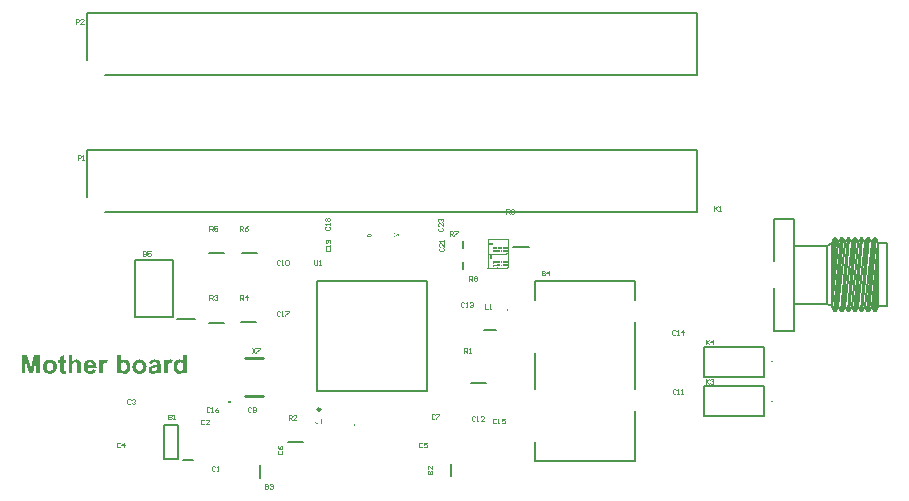
<source format=gto>
G04*
G04 #@! TF.GenerationSoftware,Altium Limited,Altium Designer,19.1.7 (138)*
G04*
G04 Layer_Color=65535*
%FSLAX44Y44*%
%MOMM*%
G71*
G01*
G75*
%ADD10C,0.2500*%
%ADD11C,0.1000*%
%ADD12C,0.2540*%
%ADD13C,0.0500*%
%ADD14C,0.2000*%
%ADD15C,0.0700*%
G36*
X264487Y61678D02*
Y61671D01*
Y61651D01*
Y61623D01*
Y61582D01*
X264480Y61535D01*
Y61480D01*
X264473Y61357D01*
X264453Y61213D01*
X264432Y61070D01*
X264398Y60926D01*
X264350Y60803D01*
X264344Y60790D01*
X264323Y60756D01*
X264289Y60701D01*
X264248Y60633D01*
X264186Y60551D01*
X264111Y60476D01*
X264016Y60400D01*
X263913Y60332D01*
X263899Y60325D01*
X263859Y60305D01*
X263797Y60284D01*
X263715Y60257D01*
X263612Y60223D01*
X263496Y60202D01*
X263360Y60182D01*
X263216Y60175D01*
X263162D01*
X263121Y60182D01*
X263073Y60188D01*
X263011Y60195D01*
X262881Y60216D01*
X262738Y60257D01*
X262588Y60318D01*
X262512Y60353D01*
X262444Y60400D01*
X262376Y60448D01*
X262314Y60510D01*
Y60517D01*
X262301Y60523D01*
X262287Y60544D01*
X262267Y60571D01*
X262239Y60612D01*
X262219Y60653D01*
X262185Y60708D01*
X262157Y60762D01*
X262130Y60831D01*
X262103Y60906D01*
X262075Y60988D01*
X262055Y61084D01*
X262034Y61179D01*
X262020Y61288D01*
X262014Y61398D01*
Y61521D01*
X262547Y61596D01*
Y61589D01*
Y61575D01*
Y61548D01*
X262554Y61514D01*
Y61473D01*
X262560Y61425D01*
X262581Y61316D01*
X262601Y61193D01*
X262635Y61077D01*
X262683Y60974D01*
X262711Y60926D01*
X262738Y60885D01*
X262745Y60879D01*
X262772Y60858D01*
X262806Y60824D01*
X262861Y60797D01*
X262929Y60762D01*
X263011Y60728D01*
X263107Y60708D01*
X263216Y60701D01*
X263257D01*
X263298Y60708D01*
X263346Y60715D01*
X263407Y60728D01*
X263476Y60742D01*
X263537Y60769D01*
X263599Y60803D01*
X263606Y60810D01*
X263626Y60824D01*
X263654Y60844D01*
X263688Y60879D01*
X263729Y60913D01*
X263763Y60961D01*
X263797Y61015D01*
X263824Y61077D01*
Y61084D01*
X263838Y61111D01*
X263845Y61152D01*
X263859Y61213D01*
X263872Y61295D01*
X263879Y61391D01*
X263893Y61507D01*
Y61644D01*
Y64739D01*
X264487D01*
Y61678D01*
D02*
G37*
G36*
X267309Y60250D02*
X266756D01*
Y63762D01*
X266749Y63755D01*
X266721Y63728D01*
X266674Y63694D01*
X266612Y63646D01*
X266537Y63584D01*
X266448Y63523D01*
X266346Y63448D01*
X266229Y63379D01*
X266223D01*
X266216Y63373D01*
X266175Y63345D01*
X266113Y63311D01*
X266038Y63270D01*
X265949Y63222D01*
X265854Y63181D01*
X265751Y63133D01*
X265655Y63092D01*
Y63632D01*
X265662D01*
X265676Y63639D01*
X265703Y63653D01*
X265731Y63673D01*
X265772Y63694D01*
X265819Y63714D01*
X265929Y63776D01*
X266052Y63851D01*
X266188Y63940D01*
X266325Y64042D01*
X266455Y64151D01*
X266462Y64158D01*
X266469Y64165D01*
X266509Y64206D01*
X266571Y64268D01*
X266646Y64343D01*
X266728Y64438D01*
X266810Y64541D01*
X266885Y64650D01*
X266947Y64759D01*
X267309D01*
Y60250D01*
D02*
G37*
G36*
X328767Y221592D02*
X328798Y221588D01*
X328837Y221584D01*
X328880Y221580D01*
X328926Y221573D01*
X329027Y221549D01*
X329136Y221514D01*
X329190Y221491D01*
X329245Y221464D01*
X329295Y221433D01*
X329346Y221398D01*
X329350Y221394D01*
X329358Y221390D01*
X329369Y221378D01*
X329389Y221363D01*
X329408Y221343D01*
X329435Y221316D01*
X329463Y221289D01*
X329490Y221258D01*
X329521Y221219D01*
X329548Y221180D01*
X329579Y221133D01*
X329610Y221083D01*
X329637Y221033D01*
X329665Y220974D01*
X329711Y220850D01*
X329377Y220772D01*
Y220776D01*
X329373Y220784D01*
X329369Y220799D01*
X329361Y220819D01*
X329350Y220842D01*
X329338Y220869D01*
X329311Y220928D01*
X329276Y220994D01*
X329229Y221064D01*
X329179Y221126D01*
X329117Y221180D01*
X329109Y221184D01*
X329086Y221200D01*
X329051Y221219D01*
X329000Y221246D01*
X328942Y221269D01*
X328868Y221289D01*
X328786Y221304D01*
X328693Y221308D01*
X328666D01*
X328646Y221304D01*
X328619D01*
X328592Y221301D01*
X328522Y221289D01*
X328444Y221273D01*
X328363Y221246D01*
X328281Y221211D01*
X328203Y221165D01*
X328200D01*
X328196Y221157D01*
X328172Y221137D01*
X328137Y221106D01*
X328095Y221064D01*
X328052Y221009D01*
X328005Y220947D01*
X327962Y220869D01*
X327928Y220784D01*
Y220780D01*
X327924Y220772D01*
X327920Y220760D01*
X327916Y220741D01*
X327908Y220722D01*
X327904Y220694D01*
X327889Y220632D01*
X327873Y220558D01*
X327861Y220477D01*
X327854Y220387D01*
X327850Y220294D01*
Y220290D01*
Y220279D01*
Y220263D01*
Y220240D01*
X327854Y220212D01*
Y220177D01*
X327858Y220142D01*
X327861Y220104D01*
X327873Y220014D01*
X327889Y219917D01*
X327912Y219820D01*
X327943Y219727D01*
Y219723D01*
X327947Y219715D01*
X327955Y219703D01*
X327962Y219688D01*
X327982Y219641D01*
X328013Y219591D01*
X328056Y219529D01*
X328106Y219470D01*
X328164Y219412D01*
X328234Y219361D01*
X328238D01*
X328242Y219357D01*
X328254Y219350D01*
X328270Y219342D01*
X328312Y219326D01*
X328367Y219303D01*
X328429Y219284D01*
X328503Y219264D01*
X328584Y219249D01*
X328670Y219245D01*
X328697D01*
X328716Y219249D01*
X328740D01*
X328771Y219253D01*
X328837Y219264D01*
X328911Y219284D01*
X328992Y219315D01*
X329070Y219354D01*
X329148Y219408D01*
X329152Y219412D01*
X329156Y219416D01*
X329179Y219439D01*
X329214Y219478D01*
X329257Y219529D01*
X329299Y219599D01*
X329346Y219680D01*
X329385Y219781D01*
X329416Y219894D01*
X329754Y219808D01*
Y219804D01*
X329750Y219789D01*
X329742Y219769D01*
X329735Y219738D01*
X329719Y219707D01*
X329703Y219664D01*
X329688Y219622D01*
X329665Y219575D01*
X329614Y219470D01*
X329544Y219365D01*
X329466Y219264D01*
X329420Y219218D01*
X329369Y219175D01*
X329365Y219171D01*
X329358Y219167D01*
X329342Y219155D01*
X329319Y219140D01*
X329291Y219124D01*
X329260Y219105D01*
X329226Y219086D01*
X329183Y219066D01*
X329136Y219047D01*
X329086Y219027D01*
X329027Y219008D01*
X328969Y218992D01*
X328841Y218965D01*
X328771Y218961D01*
X328697Y218957D01*
X328658D01*
X328627Y218961D01*
X328592D01*
X328553Y218965D01*
X328507Y218973D01*
X328460Y218977D01*
X328351Y219000D01*
X328238Y219027D01*
X328130Y219070D01*
X328075Y219093D01*
X328025Y219124D01*
X328021Y219128D01*
X328013Y219132D01*
X328001Y219144D01*
X327982Y219155D01*
X327935Y219194D01*
X327881Y219249D01*
X327815Y219315D01*
X327753Y219400D01*
X327687Y219497D01*
X327632Y219610D01*
Y219614D01*
X327628Y219626D01*
X327621Y219641D01*
X327613Y219664D01*
X327601Y219696D01*
X327589Y219731D01*
X327578Y219769D01*
X327566Y219816D01*
X327554Y219863D01*
X327543Y219917D01*
X327519Y220034D01*
X327504Y220158D01*
X327500Y220294D01*
Y220298D01*
Y220313D01*
Y220333D01*
X327504Y220360D01*
Y220395D01*
X327508Y220438D01*
X327512Y220481D01*
X327519Y220531D01*
X327539Y220640D01*
X327562Y220757D01*
X327601Y220877D01*
X327652Y220990D01*
Y220994D01*
X327659Y221001D01*
X327667Y221017D01*
X327679Y221040D01*
X327694Y221064D01*
X327714Y221091D01*
X327764Y221157D01*
X327823Y221231D01*
X327896Y221304D01*
X327986Y221378D01*
X328083Y221441D01*
X328087D01*
X328095Y221448D01*
X328110Y221456D01*
X328134Y221464D01*
X328157Y221476D01*
X328188Y221491D01*
X328227Y221503D01*
X328266Y221518D01*
X328308Y221534D01*
X328355Y221546D01*
X328460Y221573D01*
X328577Y221588D01*
X328701Y221596D01*
X328740D01*
X328767Y221592D01*
D02*
G37*
G36*
X330947Y221561D02*
X330978Y221557D01*
X331013Y221553D01*
X331052Y221549D01*
X331095Y221538D01*
X331188Y221514D01*
X331285Y221479D01*
X331336Y221456D01*
X331382Y221429D01*
X331425Y221394D01*
X331468Y221359D01*
X331472Y221355D01*
X331476Y221351D01*
X331487Y221339D01*
X331503Y221324D01*
X331518Y221301D01*
X331538Y221277D01*
X331577Y221219D01*
X331615Y221145D01*
X331651Y221060D01*
X331678Y220963D01*
X331682Y220908D01*
X331685Y220854D01*
Y220846D01*
Y220826D01*
X331682Y220795D01*
X331678Y220757D01*
X331670Y220710D01*
X331658Y220659D01*
X331643Y220605D01*
X331619Y220551D01*
X331615Y220543D01*
X331608Y220523D01*
X331592Y220496D01*
X331569Y220457D01*
X331542Y220411D01*
X331507Y220356D01*
X331460Y220302D01*
X331409Y220240D01*
X331402Y220232D01*
X331382Y220209D01*
X331347Y220174D01*
X331324Y220150D01*
X331297Y220123D01*
X331266Y220092D01*
X331227Y220057D01*
X331188Y220022D01*
X331145Y219979D01*
X331099Y219937D01*
X331044Y219890D01*
X330990Y219843D01*
X330928Y219789D01*
X330924Y219785D01*
X330916Y219777D01*
X330900Y219766D01*
X330881Y219750D01*
X330834Y219711D01*
X330776Y219661D01*
X330718Y219606D01*
X330656Y219552D01*
X330605Y219505D01*
X330586Y219486D01*
X330566Y219466D01*
X330562Y219463D01*
X330555Y219451D01*
X330539Y219435D01*
X330520Y219412D01*
X330477Y219361D01*
X330434Y219299D01*
X331689D01*
Y219000D01*
X329999D01*
Y219004D01*
Y219019D01*
Y219043D01*
X330003Y219070D01*
X330007Y219101D01*
X330010Y219136D01*
X330022Y219175D01*
X330034Y219214D01*
Y219218D01*
X330038Y219221D01*
X330046Y219245D01*
X330061Y219276D01*
X330084Y219322D01*
X330112Y219373D01*
X330150Y219431D01*
X330189Y219490D01*
X330240Y219552D01*
Y219556D01*
X330247Y219560D01*
X330267Y219583D01*
X330298Y219618D01*
X330345Y219664D01*
X330403Y219719D01*
X330473Y219785D01*
X330558Y219859D01*
X330652Y219940D01*
X330656Y219944D01*
X330671Y219956D01*
X330691Y219972D01*
X330718Y219999D01*
X330753Y220026D01*
X330792Y220061D01*
X330877Y220135D01*
X330970Y220224D01*
X331064Y220313D01*
X331110Y220356D01*
X331149Y220399D01*
X331184Y220442D01*
X331215Y220481D01*
Y220485D01*
X331223Y220488D01*
X331231Y220500D01*
X331239Y220516D01*
X331262Y220555D01*
X331289Y220605D01*
X331316Y220663D01*
X331340Y220725D01*
X331355Y220795D01*
X331363Y220861D01*
Y220865D01*
Y220869D01*
X331359Y220893D01*
X331355Y220928D01*
X331347Y220970D01*
X331328Y221021D01*
X331305Y221071D01*
X331273Y221126D01*
X331227Y221176D01*
X331219Y221180D01*
X331204Y221196D01*
X331172Y221215D01*
X331134Y221242D01*
X331083Y221266D01*
X331025Y221285D01*
X330955Y221301D01*
X330877Y221304D01*
X330854D01*
X330838Y221301D01*
X330799Y221297D01*
X330749Y221289D01*
X330691Y221269D01*
X330628Y221246D01*
X330570Y221211D01*
X330516Y221165D01*
X330512Y221157D01*
X330496Y221141D01*
X330473Y221110D01*
X330450Y221068D01*
X330422Y221013D01*
X330403Y220951D01*
X330387Y220877D01*
X330380Y220791D01*
X330057Y220826D01*
Y220830D01*
Y220842D01*
X330061Y220861D01*
X330065Y220885D01*
X330073Y220916D01*
X330077Y220951D01*
X330100Y221029D01*
X330131Y221118D01*
X330174Y221207D01*
X330232Y221297D01*
X330263Y221336D01*
X330302Y221374D01*
X330306Y221378D01*
X330314Y221382D01*
X330325Y221394D01*
X330341Y221406D01*
X330364Y221417D01*
X330391Y221437D01*
X330422Y221452D01*
X330457Y221472D01*
X330496Y221487D01*
X330539Y221507D01*
X330589Y221522D01*
X330640Y221534D01*
X330757Y221557D01*
X330819Y221561D01*
X330885Y221565D01*
X330920D01*
X330947Y221561D01*
D02*
G37*
G36*
X332929D02*
X332976Y221553D01*
X333030Y221546D01*
X333092Y221530D01*
X333154Y221507D01*
X333213Y221479D01*
X333220Y221476D01*
X333240Y221464D01*
X333267Y221444D01*
X333306Y221421D01*
X333345Y221386D01*
X333388Y221343D01*
X333430Y221297D01*
X333469Y221242D01*
X333473Y221235D01*
X333485Y221215D01*
X333504Y221180D01*
X333527Y221137D01*
X333551Y221083D01*
X333578Y221017D01*
X333605Y220943D01*
X333629Y220861D01*
Y220858D01*
X333632Y220850D01*
Y220838D01*
X333636Y220819D01*
X333644Y220799D01*
X333648Y220772D01*
X333652Y220737D01*
X333660Y220702D01*
X333663Y220659D01*
X333667Y220617D01*
X333675Y220566D01*
X333679Y220512D01*
X333683Y220453D01*
Y220395D01*
X333687Y220259D01*
Y220255D01*
Y220240D01*
Y220216D01*
Y220185D01*
X333683Y220146D01*
Y220104D01*
X333679Y220053D01*
X333675Y219999D01*
X333663Y219882D01*
X333648Y219762D01*
X333625Y219641D01*
X333609Y219587D01*
X333594Y219532D01*
Y219529D01*
X333590Y219521D01*
X333586Y219505D01*
X333578Y219486D01*
X333566Y219463D01*
X333555Y219439D01*
X333524Y219377D01*
X333485Y219307D01*
X333438Y219237D01*
X333384Y219167D01*
X333318Y219105D01*
X333314D01*
X333310Y219097D01*
X333298Y219093D01*
X333287Y219082D01*
X333244Y219058D01*
X333193Y219031D01*
X333123Y219004D01*
X333046Y218981D01*
X332956Y218965D01*
X332855Y218957D01*
X332820D01*
X332793Y218961D01*
X332762Y218965D01*
X332727Y218973D01*
X332688Y218981D01*
X332645Y218988D01*
X332552Y219019D01*
X332501Y219043D01*
X332455Y219066D01*
X332404Y219097D01*
X332358Y219132D01*
X332315Y219171D01*
X332272Y219218D01*
X332268Y219221D01*
X332261Y219233D01*
X332249Y219253D01*
X332233Y219280D01*
X332214Y219315D01*
X332195Y219357D01*
X332171Y219408D01*
X332148Y219470D01*
X332125Y219536D01*
X332101Y219614D01*
X332082Y219699D01*
X332062Y219793D01*
X332047Y219898D01*
X332035Y220007D01*
X332027Y220131D01*
X332024Y220259D01*
Y220263D01*
Y220279D01*
Y220302D01*
Y220333D01*
X332027Y220372D01*
Y220415D01*
X332031Y220465D01*
X332035Y220520D01*
X332047Y220636D01*
X332062Y220757D01*
X332082Y220877D01*
X332097Y220931D01*
X332113Y220986D01*
Y220990D01*
X332117Y220998D01*
X332125Y221013D01*
X332132Y221033D01*
X332140Y221056D01*
X332152Y221083D01*
X332183Y221145D01*
X332222Y221215D01*
X332268Y221285D01*
X332323Y221351D01*
X332389Y221413D01*
X332393D01*
X332397Y221421D01*
X332408Y221429D01*
X332424Y221437D01*
X332463Y221460D01*
X332517Y221491D01*
X332583Y221518D01*
X332665Y221542D01*
X332754Y221557D01*
X332855Y221565D01*
X332890D01*
X332929Y221561D01*
D02*
G37*
G36*
X307017Y221092D02*
X307048Y221088D01*
X307087Y221084D01*
X307130Y221080D01*
X307176Y221073D01*
X307277Y221049D01*
X307386Y221014D01*
X307440Y220991D01*
X307495Y220964D01*
X307545Y220933D01*
X307596Y220898D01*
X307600Y220894D01*
X307608Y220890D01*
X307619Y220878D01*
X307639Y220863D01*
X307658Y220843D01*
X307685Y220816D01*
X307712Y220789D01*
X307740Y220758D01*
X307771Y220719D01*
X307798Y220680D01*
X307829Y220634D01*
X307860Y220583D01*
X307887Y220532D01*
X307915Y220474D01*
X307961Y220350D01*
X307627Y220272D01*
Y220276D01*
X307623Y220284D01*
X307619Y220299D01*
X307612Y220319D01*
X307600Y220342D01*
X307588Y220369D01*
X307561Y220427D01*
X307526Y220494D01*
X307479Y220564D01*
X307429Y220626D01*
X307367Y220680D01*
X307359Y220684D01*
X307336Y220700D01*
X307301Y220719D01*
X307250Y220746D01*
X307192Y220770D01*
X307118Y220789D01*
X307036Y220805D01*
X306943Y220808D01*
X306916D01*
X306896Y220805D01*
X306869D01*
X306842Y220801D01*
X306772Y220789D01*
X306694Y220773D01*
X306613Y220746D01*
X306531Y220711D01*
X306453Y220665D01*
X306450D01*
X306446Y220657D01*
X306422Y220637D01*
X306387Y220606D01*
X306345Y220564D01*
X306302Y220509D01*
X306255Y220447D01*
X306213Y220369D01*
X306178Y220284D01*
Y220280D01*
X306174Y220272D01*
X306170Y220260D01*
X306166Y220241D01*
X306158Y220222D01*
X306154Y220194D01*
X306139Y220132D01*
X306123Y220058D01*
X306111Y219977D01*
X306104Y219887D01*
X306100Y219794D01*
Y219790D01*
Y219779D01*
Y219763D01*
Y219740D01*
X306104Y219713D01*
Y219678D01*
X306108Y219643D01*
X306111Y219604D01*
X306123Y219514D01*
X306139Y219417D01*
X306162Y219320D01*
X306193Y219227D01*
Y219223D01*
X306197Y219215D01*
X306205Y219203D01*
X306213Y219188D01*
X306232Y219141D01*
X306263Y219091D01*
X306306Y219028D01*
X306356Y218970D01*
X306415Y218912D01*
X306485Y218861D01*
X306488D01*
X306492Y218857D01*
X306504Y218850D01*
X306520Y218842D01*
X306562Y218826D01*
X306617Y218803D01*
X306679Y218784D01*
X306753Y218764D01*
X306834Y218749D01*
X306920Y218745D01*
X306947D01*
X306966Y218749D01*
X306990D01*
X307021Y218753D01*
X307087Y218764D01*
X307161Y218784D01*
X307242Y218815D01*
X307320Y218854D01*
X307398Y218908D01*
X307402Y218912D01*
X307405Y218916D01*
X307429Y218939D01*
X307464Y218978D01*
X307507Y219028D01*
X307549Y219098D01*
X307596Y219180D01*
X307635Y219281D01*
X307666Y219394D01*
X308004Y219308D01*
Y219304D01*
X308000Y219289D01*
X307992Y219270D01*
X307985Y219238D01*
X307969Y219207D01*
X307953Y219165D01*
X307938Y219122D01*
X307915Y219075D01*
X307864Y218970D01*
X307794Y218865D01*
X307716Y218764D01*
X307670Y218718D01*
X307619Y218675D01*
X307615Y218671D01*
X307608Y218667D01*
X307592Y218655D01*
X307569Y218640D01*
X307542Y218624D01*
X307511Y218605D01*
X307475Y218585D01*
X307433Y218566D01*
X307386Y218547D01*
X307336Y218527D01*
X307277Y218508D01*
X307219Y218492D01*
X307091Y218465D01*
X307021Y218461D01*
X306947Y218457D01*
X306908D01*
X306877Y218461D01*
X306842D01*
X306803Y218465D01*
X306756Y218473D01*
X306710Y218477D01*
X306601Y218500D01*
X306488Y218527D01*
X306380Y218570D01*
X306325Y218593D01*
X306275Y218624D01*
X306271Y218628D01*
X306263Y218632D01*
X306251Y218644D01*
X306232Y218655D01*
X306185Y218694D01*
X306131Y218749D01*
X306065Y218815D01*
X306003Y218900D01*
X305937Y218997D01*
X305882Y219110D01*
Y219114D01*
X305878Y219126D01*
X305870Y219141D01*
X305863Y219165D01*
X305851Y219196D01*
X305839Y219231D01*
X305828Y219270D01*
X305816Y219316D01*
X305804Y219363D01*
X305793Y219417D01*
X305769Y219534D01*
X305754Y219658D01*
X305750Y219794D01*
Y219798D01*
Y219813D01*
Y219833D01*
X305754Y219860D01*
Y219895D01*
X305758Y219938D01*
X305762Y219981D01*
X305769Y220031D01*
X305789Y220140D01*
X305812Y220257D01*
X305851Y220377D01*
X305902Y220490D01*
Y220494D01*
X305909Y220501D01*
X305917Y220517D01*
X305929Y220540D01*
X305944Y220564D01*
X305964Y220591D01*
X306014Y220657D01*
X306073Y220731D01*
X306146Y220805D01*
X306236Y220878D01*
X306333Y220940D01*
X306337D01*
X306345Y220948D01*
X306360Y220956D01*
X306383Y220964D01*
X306407Y220975D01*
X306438Y220991D01*
X306477Y221003D01*
X306516Y221018D01*
X306558Y221034D01*
X306605Y221045D01*
X306710Y221073D01*
X306826Y221088D01*
X306951Y221096D01*
X306990D01*
X307017Y221092D01*
D02*
G37*
G36*
X311179Y221061D02*
X311210Y221057D01*
X311245Y221053D01*
X311284Y221049D01*
X311327Y221038D01*
X311420Y221014D01*
X311517Y220979D01*
X311568Y220956D01*
X311614Y220929D01*
X311657Y220894D01*
X311700Y220859D01*
X311704Y220855D01*
X311708Y220851D01*
X311719Y220840D01*
X311735Y220824D01*
X311750Y220801D01*
X311770Y220777D01*
X311809Y220719D01*
X311847Y220645D01*
X311882Y220560D01*
X311910Y220462D01*
X311914Y220408D01*
X311917Y220354D01*
Y220346D01*
Y220326D01*
X311914Y220295D01*
X311910Y220257D01*
X311902Y220210D01*
X311890Y220159D01*
X311875Y220105D01*
X311851Y220051D01*
X311847Y220043D01*
X311840Y220023D01*
X311824Y219996D01*
X311801Y219957D01*
X311774Y219911D01*
X311739Y219856D01*
X311692Y219802D01*
X311642Y219740D01*
X311634Y219732D01*
X311614Y219709D01*
X311579Y219674D01*
X311556Y219650D01*
X311529Y219623D01*
X311498Y219592D01*
X311459Y219557D01*
X311420Y219522D01*
X311377Y219479D01*
X311331Y219437D01*
X311276Y219390D01*
X311222Y219343D01*
X311160Y219289D01*
X311156Y219285D01*
X311148Y219277D01*
X311132Y219266D01*
X311113Y219250D01*
X311066Y219211D01*
X311008Y219161D01*
X310950Y219106D01*
X310888Y219052D01*
X310837Y219005D01*
X310818Y218986D01*
X310798Y218966D01*
X310794Y218962D01*
X310786Y218951D01*
X310771Y218935D01*
X310752Y218912D01*
X310709Y218861D01*
X310666Y218799D01*
X311921D01*
Y218500D01*
X310231D01*
Y218504D01*
Y218519D01*
Y218543D01*
X310235Y218570D01*
X310239Y218601D01*
X310243Y218636D01*
X310254Y218675D01*
X310266Y218714D01*
Y218718D01*
X310270Y218722D01*
X310277Y218745D01*
X310293Y218776D01*
X310316Y218822D01*
X310343Y218873D01*
X310382Y218931D01*
X310421Y218990D01*
X310472Y219052D01*
Y219056D01*
X310480Y219060D01*
X310499Y219083D01*
X310530Y219118D01*
X310577Y219165D01*
X310635Y219219D01*
X310705Y219285D01*
X310790Y219359D01*
X310884Y219440D01*
X310888Y219444D01*
X310903Y219456D01*
X310923Y219471D01*
X310950Y219499D01*
X310985Y219526D01*
X311024Y219561D01*
X311109Y219635D01*
X311202Y219724D01*
X311296Y219813D01*
X311342Y219856D01*
X311381Y219899D01*
X311416Y219942D01*
X311447Y219981D01*
Y219984D01*
X311455Y219988D01*
X311463Y220000D01*
X311471Y220016D01*
X311494Y220054D01*
X311521Y220105D01*
X311548Y220163D01*
X311572Y220226D01*
X311587Y220295D01*
X311595Y220361D01*
Y220365D01*
Y220369D01*
X311591Y220393D01*
X311587Y220427D01*
X311579Y220470D01*
X311560Y220521D01*
X311537Y220571D01*
X311506Y220626D01*
X311459Y220676D01*
X311451Y220680D01*
X311436Y220696D01*
X311404Y220715D01*
X311366Y220742D01*
X311315Y220766D01*
X311257Y220785D01*
X311187Y220801D01*
X311109Y220805D01*
X311086D01*
X311070Y220801D01*
X311031Y220797D01*
X310981Y220789D01*
X310923Y220770D01*
X310860Y220746D01*
X310802Y220711D01*
X310748Y220665D01*
X310744Y220657D01*
X310728Y220641D01*
X310705Y220610D01*
X310682Y220567D01*
X310654Y220513D01*
X310635Y220451D01*
X310619Y220377D01*
X310612Y220292D01*
X310289Y220326D01*
Y220330D01*
Y220342D01*
X310293Y220361D01*
X310297Y220385D01*
X310305Y220416D01*
X310308Y220451D01*
X310332Y220529D01*
X310363Y220618D01*
X310406Y220707D01*
X310464Y220797D01*
X310495Y220836D01*
X310534Y220875D01*
X310538Y220878D01*
X310546Y220882D01*
X310557Y220894D01*
X310573Y220906D01*
X310596Y220917D01*
X310623Y220937D01*
X310654Y220952D01*
X310689Y220972D01*
X310728Y220987D01*
X310771Y221007D01*
X310821Y221022D01*
X310872Y221034D01*
X310989Y221057D01*
X311051Y221061D01*
X311117Y221065D01*
X311152D01*
X311179Y221061D01*
D02*
G37*
G36*
X309197D02*
X309228Y221057D01*
X309263Y221053D01*
X309302Y221049D01*
X309345Y221038D01*
X309438Y221014D01*
X309535Y220979D01*
X309586Y220956D01*
X309632Y220929D01*
X309675Y220894D01*
X309718Y220859D01*
X309722Y220855D01*
X309726Y220851D01*
X309737Y220840D01*
X309753Y220824D01*
X309768Y220801D01*
X309788Y220777D01*
X309827Y220719D01*
X309865Y220645D01*
X309900Y220560D01*
X309928Y220462D01*
X309932Y220408D01*
X309935Y220354D01*
Y220346D01*
Y220326D01*
X309932Y220295D01*
X309928Y220257D01*
X309920Y220210D01*
X309908Y220159D01*
X309893Y220105D01*
X309869Y220051D01*
X309865Y220043D01*
X309858Y220023D01*
X309842Y219996D01*
X309819Y219957D01*
X309792Y219911D01*
X309757Y219856D01*
X309710Y219802D01*
X309660Y219740D01*
X309652Y219732D01*
X309632Y219709D01*
X309597Y219674D01*
X309574Y219650D01*
X309547Y219623D01*
X309516Y219592D01*
X309477Y219557D01*
X309438Y219522D01*
X309395Y219479D01*
X309349Y219437D01*
X309294Y219390D01*
X309240Y219343D01*
X309178Y219289D01*
X309174Y219285D01*
X309166Y219277D01*
X309150Y219266D01*
X309131Y219250D01*
X309084Y219211D01*
X309026Y219161D01*
X308968Y219106D01*
X308906Y219052D01*
X308855Y219005D01*
X308836Y218986D01*
X308816Y218966D01*
X308812Y218962D01*
X308805Y218951D01*
X308789Y218935D01*
X308770Y218912D01*
X308727Y218861D01*
X308684Y218799D01*
X309939D01*
Y218500D01*
X308249D01*
Y218504D01*
Y218519D01*
Y218543D01*
X308253Y218570D01*
X308257Y218601D01*
X308260Y218636D01*
X308272Y218675D01*
X308284Y218714D01*
Y218718D01*
X308288Y218722D01*
X308295Y218745D01*
X308311Y218776D01*
X308334Y218822D01*
X308361Y218873D01*
X308400Y218931D01*
X308439Y218990D01*
X308490Y219052D01*
Y219056D01*
X308498Y219060D01*
X308517Y219083D01*
X308548Y219118D01*
X308595Y219165D01*
X308653Y219219D01*
X308723Y219285D01*
X308808Y219359D01*
X308902Y219440D01*
X308906Y219444D01*
X308921Y219456D01*
X308941Y219471D01*
X308968Y219499D01*
X309003Y219526D01*
X309042Y219561D01*
X309127Y219635D01*
X309220Y219724D01*
X309314Y219813D01*
X309360Y219856D01*
X309399Y219899D01*
X309434Y219942D01*
X309465Y219981D01*
Y219984D01*
X309473Y219988D01*
X309481Y220000D01*
X309489Y220016D01*
X309512Y220054D01*
X309539Y220105D01*
X309566Y220163D01*
X309590Y220226D01*
X309605Y220295D01*
X309613Y220361D01*
Y220365D01*
Y220369D01*
X309609Y220393D01*
X309605Y220427D01*
X309597Y220470D01*
X309578Y220521D01*
X309555Y220571D01*
X309524Y220626D01*
X309477Y220676D01*
X309469Y220680D01*
X309454Y220696D01*
X309422Y220715D01*
X309384Y220742D01*
X309333Y220766D01*
X309275Y220785D01*
X309205Y220801D01*
X309127Y220805D01*
X309104D01*
X309088Y220801D01*
X309049Y220797D01*
X308999Y220789D01*
X308941Y220770D01*
X308878Y220746D01*
X308820Y220711D01*
X308766Y220665D01*
X308762Y220657D01*
X308746Y220641D01*
X308723Y220610D01*
X308700Y220567D01*
X308672Y220513D01*
X308653Y220451D01*
X308638Y220377D01*
X308630Y220292D01*
X308307Y220326D01*
Y220330D01*
Y220342D01*
X308311Y220361D01*
X308315Y220385D01*
X308323Y220416D01*
X308327Y220451D01*
X308350Y220529D01*
X308381Y220618D01*
X308424Y220707D01*
X308482Y220797D01*
X308513Y220836D01*
X308552Y220875D01*
X308556Y220878D01*
X308564Y220882D01*
X308575Y220894D01*
X308591Y220906D01*
X308614Y220917D01*
X308641Y220937D01*
X308672Y220952D01*
X308707Y220972D01*
X308746Y220987D01*
X308789Y221007D01*
X308839Y221022D01*
X308890Y221034D01*
X309007Y221057D01*
X309069Y221061D01*
X309135Y221065D01*
X309170D01*
X309197Y221061D01*
D02*
G37*
G36*
X153238Y103000D02*
X150382D01*
Y104684D01*
X150358Y104635D01*
X150260Y104513D01*
X150089Y104342D01*
X149894Y104123D01*
X149650Y103903D01*
X149357Y103635D01*
X149039Y103415D01*
X148673Y103195D01*
X148624Y103171D01*
X148503Y103122D01*
X148332Y103049D01*
X148088Y102951D01*
X147795Y102853D01*
X147453Y102780D01*
X147111Y102732D01*
X146745Y102707D01*
X146550D01*
X146403Y102732D01*
X146232Y102756D01*
X146037Y102805D01*
X145573Y102902D01*
X145036Y103098D01*
X144743Y103220D01*
X144451Y103391D01*
X144158Y103561D01*
X143889Y103781D01*
X143596Y104025D01*
X143328Y104318D01*
X143303Y104342D01*
X143279Y104391D01*
X143206Y104489D01*
X143108Y104611D01*
X143010Y104782D01*
X142888Y104977D01*
X142742Y105221D01*
X142620Y105490D01*
X142498Y105783D01*
X142351Y106124D01*
X142229Y106490D01*
X142132Y106905D01*
X142034Y107320D01*
X141985Y107784D01*
X141936Y108297D01*
X141912Y108809D01*
Y108834D01*
Y108932D01*
Y109102D01*
X141936Y109298D01*
X141961Y109542D01*
X141985Y109835D01*
X142034Y110152D01*
X142083Y110469D01*
X142254Y111202D01*
X142498Y111958D01*
X142644Y112324D01*
X142839Y112666D01*
X143035Y113008D01*
X143279Y113301D01*
X143303Y113325D01*
X143352Y113374D01*
X143425Y113447D01*
X143523Y113545D01*
X143669Y113667D01*
X143840Y113789D01*
X144036Y113935D01*
X144231Y114082D01*
X144475Y114228D01*
X144743Y114375D01*
X145354Y114619D01*
X145671Y114717D01*
X146037Y114790D01*
X146403Y114839D01*
X146794Y114863D01*
X146989D01*
X147111Y114839D01*
X147282Y114814D01*
X147477Y114765D01*
X147941Y114668D01*
X148454Y114472D01*
X148747Y114326D01*
X149039Y114179D01*
X149308Y113984D01*
X149601Y113764D01*
X149894Y113520D01*
X150162Y113228D01*
Y119037D01*
X153238D01*
Y103000D01*
D02*
G37*
G36*
X139618Y114839D02*
X139886Y114790D01*
X140179Y114717D01*
X140545Y114619D01*
X140911Y114472D01*
X141277Y114277D01*
X140325Y111592D01*
X140301Y111616D01*
X140203Y111665D01*
X140032Y111763D01*
X139862Y111861D01*
X139618Y111934D01*
X139373Y112031D01*
X139129Y112080D01*
X138861Y112105D01*
X138763D01*
X138641Y112080D01*
X138495Y112056D01*
X138324Y112007D01*
X138128Y111958D01*
X137933Y111861D01*
X137762Y111739D01*
X137738Y111714D01*
X137689Y111665D01*
X137616Y111568D01*
X137518Y111446D01*
X137396Y111275D01*
X137274Y111031D01*
X137152Y110762D01*
X137055Y110445D01*
Y110396D01*
X137030Y110347D01*
X137006Y110250D01*
Y110152D01*
X136981Y110006D01*
X136957Y109810D01*
X136932Y109615D01*
X136908Y109371D01*
X136884Y109102D01*
X136859Y108785D01*
Y108419D01*
X136835Y108028D01*
X136810Y107589D01*
Y107101D01*
Y106564D01*
Y103000D01*
X133735D01*
Y114619D01*
X136591D01*
Y112983D01*
X136615Y113008D01*
X136713Y113154D01*
X136859Y113350D01*
X137030Y113594D01*
X137225Y113862D01*
X137445Y114106D01*
X137689Y114326D01*
X137909Y114497D01*
X137933Y114521D01*
X138006Y114546D01*
X138128Y114619D01*
X138299Y114692D01*
X138495Y114741D01*
X138714Y114814D01*
X138958Y114839D01*
X139227Y114863D01*
X139398D01*
X139618Y114839D01*
D02*
G37*
G36*
X84892D02*
X85160Y114790D01*
X85453Y114717D01*
X85819Y114619D01*
X86185Y114472D01*
X86551Y114277D01*
X85599Y111592D01*
X85575Y111616D01*
X85477Y111665D01*
X85307Y111763D01*
X85136Y111861D01*
X84892Y111934D01*
X84648Y112031D01*
X84403Y112080D01*
X84135Y112105D01*
X84037D01*
X83915Y112080D01*
X83769Y112056D01*
X83598Y112007D01*
X83403Y111958D01*
X83207Y111861D01*
X83036Y111739D01*
X83012Y111714D01*
X82963Y111665D01*
X82890Y111568D01*
X82792Y111446D01*
X82670Y111275D01*
X82548Y111031D01*
X82426Y110762D01*
X82329Y110445D01*
Y110396D01*
X82304Y110347D01*
X82280Y110250D01*
Y110152D01*
X82255Y110006D01*
X82231Y109810D01*
X82207Y109615D01*
X82182Y109371D01*
X82158Y109102D01*
X82133Y108785D01*
Y108419D01*
X82109Y108028D01*
X82085Y107589D01*
Y107101D01*
Y106564D01*
Y103000D01*
X79009D01*
Y114619D01*
X81865D01*
Y112983D01*
X81889Y113008D01*
X81987Y113154D01*
X82133Y113350D01*
X82304Y113594D01*
X82500Y113862D01*
X82719Y114106D01*
X82963Y114326D01*
X83183Y114497D01*
X83207Y114521D01*
X83281Y114546D01*
X83403Y114619D01*
X83574Y114692D01*
X83769Y114741D01*
X83989Y114814D01*
X84233Y114839D01*
X84501Y114863D01*
X84672D01*
X84892Y114839D01*
D02*
G37*
G36*
X28726Y103000D02*
X25723D01*
X25699Y115620D01*
X22526Y103000D01*
X19426D01*
X16252Y115620D01*
Y103000D01*
X13250D01*
Y119037D01*
X18083D01*
X20988Y108077D01*
X23844Y119037D01*
X28726D01*
Y103000D01*
D02*
G37*
G36*
X126461Y114839D02*
X126656D01*
X127120Y114814D01*
X127608Y114741D01*
X128121Y114668D01*
X128609Y114546D01*
X128828Y114472D01*
X129024Y114375D01*
X129073Y114350D01*
X129195Y114277D01*
X129366Y114179D01*
X129585Y114033D01*
X129805Y113862D01*
X130049Y113643D01*
X130269Y113398D01*
X130440Y113130D01*
X130464Y113105D01*
X130513Y112983D01*
X130562Y112788D01*
X130659Y112495D01*
X130684Y112324D01*
X130732Y112129D01*
X130757Y111909D01*
X130781Y111641D01*
X130806Y111372D01*
X130830Y111055D01*
X130855Y110738D01*
Y110372D01*
X130806Y106808D01*
Y106784D01*
Y106735D01*
Y106661D01*
Y106564D01*
Y106295D01*
X130830Y105954D01*
Y105587D01*
X130879Y105197D01*
X130903Y104855D01*
X130952Y104538D01*
Y104513D01*
X130976Y104416D01*
X131025Y104269D01*
X131074Y104074D01*
X131147Y103854D01*
X131245Y103586D01*
X131367Y103317D01*
X131514Y103000D01*
X128487D01*
Y103024D01*
X128462Y103049D01*
X128438Y103122D01*
X128414Y103220D01*
X128365Y103342D01*
X128292Y103488D01*
X128243Y103684D01*
X128169Y103879D01*
Y103903D01*
Y103928D01*
X128121Y104025D01*
X128096Y104147D01*
X128072Y104245D01*
X128047Y104221D01*
X127925Y104123D01*
X127779Y103976D01*
X127559Y103806D01*
X127315Y103610D01*
X127022Y103415D01*
X126729Y103244D01*
X126388Y103073D01*
X126339Y103049D01*
X126241Y103024D01*
X126046Y102951D01*
X125802Y102902D01*
X125533Y102829D01*
X125216Y102756D01*
X124850Y102732D01*
X124484Y102707D01*
X124313D01*
X124191Y102732D01*
X124044D01*
X123849Y102756D01*
X123458Y102829D01*
X122995Y102951D01*
X122531Y103098D01*
X122067Y103342D01*
X121652Y103659D01*
X121603Y103708D01*
X121481Y103830D01*
X121335Y104050D01*
X121140Y104342D01*
X120944Y104709D01*
X120798Y105124D01*
X120676Y105612D01*
X120627Y106149D01*
Y106198D01*
Y106320D01*
X120651Y106490D01*
X120676Y106735D01*
X120749Y107003D01*
X120822Y107296D01*
X120944Y107589D01*
X121091Y107882D01*
X121115Y107906D01*
X121188Y108004D01*
X121286Y108150D01*
X121433Y108321D01*
X121603Y108517D01*
X121823Y108712D01*
X122092Y108907D01*
X122384Y109078D01*
X122433Y109102D01*
X122555Y109151D01*
X122751Y109224D01*
X123019Y109322D01*
X123361Y109444D01*
X123776Y109566D01*
X124264Y109688D01*
X124825Y109810D01*
X124850D01*
X124923Y109835D01*
X125021Y109859D01*
X125167Y109883D01*
X125362Y109908D01*
X125558Y109957D01*
X126021Y110054D01*
X126510Y110176D01*
X126998Y110298D01*
X127462Y110421D01*
X127657Y110494D01*
X127828Y110567D01*
Y110860D01*
Y110909D01*
Y111006D01*
X127803Y111153D01*
X127779Y111348D01*
X127730Y111568D01*
X127633Y111763D01*
X127535Y111958D01*
X127388Y112129D01*
X127364Y112154D01*
X127291Y112202D01*
X127193Y112251D01*
X127022Y112324D01*
X126803Y112398D01*
X126510Y112471D01*
X126144Y112495D01*
X125729Y112520D01*
X125582D01*
X125436Y112495D01*
X125265Y112471D01*
X124825Y112373D01*
X124630Y112300D01*
X124435Y112178D01*
X124410Y112154D01*
X124362Y112105D01*
X124264Y112031D01*
X124166Y111909D01*
X124044Y111763D01*
X123922Y111568D01*
X123800Y111324D01*
X123702Y111055D01*
X120944Y111568D01*
Y111592D01*
X120969Y111641D01*
X120993Y111739D01*
X121042Y111836D01*
X121164Y112129D01*
X121310Y112495D01*
X121530Y112910D01*
X121823Y113301D01*
X122165Y113691D01*
X122555Y114033D01*
X122580D01*
X122604Y114058D01*
X122677Y114106D01*
X122775Y114155D01*
X122897Y114228D01*
X123043Y114302D01*
X123214Y114375D01*
X123410Y114448D01*
X123629Y114521D01*
X123898Y114594D01*
X124166Y114668D01*
X124484Y114741D01*
X124801Y114790D01*
X125167Y114839D01*
X125533Y114863D01*
X126290D01*
X126461Y114839D01*
D02*
G37*
G36*
X56089Y113105D02*
X56113Y113130D01*
X56162Y113179D01*
X56235Y113276D01*
X56357Y113374D01*
X56504Y113520D01*
X56650Y113667D01*
X56845Y113813D01*
X57089Y113984D01*
X57602Y114302D01*
X58188Y114594D01*
X58529Y114692D01*
X58871Y114790D01*
X59237Y114839D01*
X59604Y114863D01*
X59774D01*
X59994Y114839D01*
X60238Y114814D01*
X60531Y114765D01*
X60873Y114692D01*
X61190Y114594D01*
X61507Y114448D01*
X61556Y114424D01*
X61654Y114375D01*
X61800Y114302D01*
X61996Y114179D01*
X62191Y114033D01*
X62410Y113862D01*
X62630Y113667D01*
X62801Y113447D01*
X62825Y113423D01*
X62874Y113350D01*
X62948Y113203D01*
X63045Y113057D01*
X63143Y112837D01*
X63240Y112617D01*
X63314Y112349D01*
X63387Y112080D01*
Y112056D01*
X63411Y111934D01*
X63436Y111763D01*
X63485Y111519D01*
X63509Y111202D01*
X63533Y110811D01*
X63558Y110323D01*
Y109786D01*
Y103000D01*
X60482D01*
Y109127D01*
Y109151D01*
Y109200D01*
Y109298D01*
Y109420D01*
Y109737D01*
X60458Y110103D01*
X60433Y110494D01*
X60409Y110860D01*
X60360Y111177D01*
X60311Y111324D01*
X60287Y111421D01*
Y111446D01*
X60262Y111519D01*
X60214Y111592D01*
X60141Y111714D01*
X59970Y111983D01*
X59823Y112105D01*
X59677Y112227D01*
X59652Y112251D01*
X59604Y112276D01*
X59506Y112324D01*
X59384Y112373D01*
X59213Y112422D01*
X59018Y112471D01*
X58822Y112520D01*
X58456D01*
X58310Y112495D01*
X58115Y112471D01*
X57919Y112422D01*
X57675Y112349D01*
X57455Y112251D01*
X57211Y112129D01*
X57187Y112105D01*
X57114Y112056D01*
X57016Y111983D01*
X56894Y111861D01*
X56748Y111690D01*
X56601Y111495D01*
X56479Y111275D01*
X56357Y111006D01*
Y110982D01*
X56308Y110860D01*
X56284Y110689D01*
X56235Y110469D01*
X56186Y110152D01*
X56137Y109761D01*
X56113Y109322D01*
X56089Y108809D01*
Y103000D01*
X53013D01*
Y119037D01*
X56089D01*
Y113105D01*
D02*
G37*
G36*
X113451Y114839D02*
X113670Y114814D01*
X113939Y114765D01*
X114207Y114717D01*
X114525Y114643D01*
X114866Y114546D01*
X115208Y114448D01*
X115574Y114302D01*
X115916Y114131D01*
X116282Y113935D01*
X116648Y113691D01*
X116990Y113447D01*
X117307Y113130D01*
X117332Y113105D01*
X117381Y113057D01*
X117454Y112959D01*
X117576Y112813D01*
X117698Y112666D01*
X117844Y112446D01*
X117991Y112227D01*
X118162Y111958D01*
X118308Y111641D01*
X118455Y111324D01*
X118601Y110957D01*
X118723Y110591D01*
X118845Y110176D01*
X118918Y109737D01*
X118967Y109298D01*
X118991Y108809D01*
Y108785D01*
Y108687D01*
Y108565D01*
X118967Y108370D01*
X118943Y108150D01*
X118894Y107882D01*
X118845Y107589D01*
X118772Y107272D01*
X118699Y106930D01*
X118577Y106588D01*
X118430Y106222D01*
X118284Y105856D01*
X118064Y105490D01*
X117844Y105124D01*
X117576Y104782D01*
X117283Y104440D01*
X117259Y104416D01*
X117210Y104367D01*
X117112Y104269D01*
X116990Y104172D01*
X116819Y104050D01*
X116624Y103903D01*
X116380Y103732D01*
X116111Y103586D01*
X115818Y103415D01*
X115501Y103244D01*
X115159Y103098D01*
X114769Y102976D01*
X114378Y102878D01*
X113939Y102780D01*
X113475Y102732D01*
X113011Y102707D01*
X112743D01*
X112596Y102732D01*
X112425Y102756D01*
X112035Y102805D01*
X111571Y102878D01*
X111059Y103000D01*
X110521Y103171D01*
X109985Y103415D01*
X109960D01*
X109911Y103439D01*
X109838Y103488D01*
X109740Y103561D01*
X109496Y103732D01*
X109179Y103952D01*
X108813Y104245D01*
X108447Y104611D01*
X108105Y105050D01*
X107788Y105539D01*
Y105563D01*
X107763Y105612D01*
X107714Y105685D01*
X107666Y105783D01*
X107617Y105929D01*
X107568Y106076D01*
X107495Y106271D01*
X107422Y106490D01*
X107299Y106979D01*
X107177Y107565D01*
X107080Y108224D01*
X107055Y108932D01*
Y108956D01*
Y109005D01*
Y109078D01*
X107080Y109200D01*
Y109322D01*
X107104Y109493D01*
X107153Y109883D01*
X107226Y110347D01*
X107373Y110835D01*
X107543Y111372D01*
X107788Y111909D01*
Y111934D01*
X107812Y111983D01*
X107861Y112056D01*
X107934Y112154D01*
X108105Y112398D01*
X108349Y112715D01*
X108642Y113081D01*
X109008Y113447D01*
X109423Y113789D01*
X109911Y114106D01*
X109936D01*
X109985Y114131D01*
X110058Y114179D01*
X110155Y114228D01*
X110277Y114277D01*
X110448Y114350D01*
X110814Y114497D01*
X111278Y114619D01*
X111815Y114741D01*
X112377Y114839D01*
X113011Y114863D01*
X113255D01*
X113451Y114839D01*
D02*
G37*
G36*
X97023Y113228D02*
X97048Y113252D01*
X97096Y113301D01*
X97170Y113374D01*
X97267Y113496D01*
X97414Y113618D01*
X97584Y113740D01*
X97755Y113887D01*
X97975Y114058D01*
X98463Y114350D01*
X99049Y114619D01*
X99366Y114717D01*
X99684Y114790D01*
X100025Y114839D01*
X100392Y114863D01*
X100587D01*
X100758Y114839D01*
X100929Y114814D01*
X101148Y114790D01*
X101368Y114741D01*
X101636Y114668D01*
X102174Y114472D01*
X102466Y114350D01*
X102759Y114204D01*
X103077Y114033D01*
X103345Y113813D01*
X103638Y113569D01*
X103906Y113301D01*
X103931Y113276D01*
X103955Y113228D01*
X104029Y113130D01*
X104126Y113008D01*
X104224Y112861D01*
X104346Y112666D01*
X104468Y112446D01*
X104614Y112178D01*
X104736Y111885D01*
X104859Y111543D01*
X104980Y111177D01*
X105078Y110787D01*
X105176Y110372D01*
X105249Y109908D01*
X105273Y109420D01*
X105298Y108883D01*
Y108858D01*
Y108761D01*
Y108590D01*
X105273Y108394D01*
X105249Y108150D01*
X105225Y107858D01*
X105176Y107540D01*
X105127Y107198D01*
X104956Y106466D01*
X104834Y106076D01*
X104688Y105685D01*
X104517Y105319D01*
X104346Y104953D01*
X104102Y104611D01*
X103858Y104294D01*
X103833Y104269D01*
X103785Y104221D01*
X103711Y104147D01*
X103614Y104050D01*
X103467Y103928D01*
X103296Y103781D01*
X103101Y103659D01*
X102906Y103513D01*
X102393Y103220D01*
X101807Y102951D01*
X101490Y102853D01*
X101148Y102780D01*
X100782Y102732D01*
X100416Y102707D01*
X100245D01*
X100050Y102732D01*
X99806Y102780D01*
X99513Y102829D01*
X99171Y102927D01*
X98829Y103049D01*
X98463Y103220D01*
X98414Y103244D01*
X98292Y103317D01*
X98122Y103439D01*
X97902Y103586D01*
X97633Y103806D01*
X97340Y104050D01*
X97072Y104342D01*
X96803Y104684D01*
Y103000D01*
X93947D01*
Y119037D01*
X97023D01*
Y113228D01*
D02*
G37*
G36*
X71540Y114839D02*
X71759Y114814D01*
X72003Y114765D01*
X72296Y114717D01*
X72589Y114643D01*
X72907Y114546D01*
X73248Y114448D01*
X73590Y114302D01*
X73932Y114131D01*
X74274Y113935D01*
X74591Y113691D01*
X74908Y113447D01*
X75201Y113130D01*
X75226Y113105D01*
X75274Y113057D01*
X75347Y112959D01*
X75445Y112813D01*
X75543Y112617D01*
X75665Y112398D01*
X75811Y112154D01*
X75933Y111836D01*
X76080Y111495D01*
X76202Y111104D01*
X76324Y110665D01*
X76446Y110201D01*
X76519Y109688D01*
X76592Y109151D01*
X76641Y108541D01*
Y107906D01*
X68952D01*
Y107882D01*
Y107858D01*
Y107784D01*
X68977Y107687D01*
X69001Y107418D01*
X69050Y107125D01*
X69148Y106759D01*
X69270Y106417D01*
X69440Y106076D01*
X69685Y105758D01*
X69709Y105734D01*
X69807Y105636D01*
X69953Y105514D01*
X70173Y105392D01*
X70417Y105246D01*
X70734Y105124D01*
X71076Y105026D01*
X71442Y105002D01*
X71564D01*
X71711Y105026D01*
X71881Y105050D01*
X72052Y105099D01*
X72272Y105172D01*
X72467Y105270D01*
X72663Y105392D01*
X72687Y105416D01*
X72736Y105465D01*
X72833Y105563D01*
X72931Y105709D01*
X73053Y105880D01*
X73200Y106100D01*
X73321Y106344D01*
X73419Y106661D01*
X76470Y106149D01*
Y106124D01*
X76446Y106076D01*
X76397Y105978D01*
X76348Y105880D01*
X76300Y105734D01*
X76202Y105563D01*
X76007Y105197D01*
X75738Y104782D01*
X75421Y104367D01*
X75030Y103952D01*
X74591Y103586D01*
X74566D01*
X74542Y103537D01*
X74469Y103513D01*
X74371Y103439D01*
X74249Y103391D01*
X74078Y103317D01*
X73712Y103146D01*
X73248Y102976D01*
X72711Y102853D01*
X72101Y102756D01*
X71418Y102707D01*
X71296D01*
X71125Y102732D01*
X70929D01*
X70661Y102780D01*
X70392Y102805D01*
X70075Y102878D01*
X69733Y102951D01*
X69367Y103049D01*
X69001Y103195D01*
X68611Y103342D01*
X68244Y103537D01*
X67878Y103757D01*
X67537Y104025D01*
X67219Y104342D01*
X66926Y104684D01*
Y104709D01*
X66877Y104757D01*
X66829Y104855D01*
X66755Y104977D01*
X66658Y105124D01*
X66560Y105319D01*
X66462Y105539D01*
X66365Y105783D01*
X66267Y106051D01*
X66170Y106369D01*
X66072Y106686D01*
X65974Y107052D01*
X65852Y107833D01*
X65828Y108248D01*
X65803Y108687D01*
Y108712D01*
Y108809D01*
Y108956D01*
X65828Y109176D01*
X65852Y109395D01*
X65877Y109688D01*
X65925Y110006D01*
X65999Y110323D01*
X66170Y111055D01*
X66292Y111421D01*
X66438Y111812D01*
X66609Y112178D01*
X66804Y112544D01*
X67024Y112886D01*
X67292Y113203D01*
X67317Y113228D01*
X67366Y113276D01*
X67439Y113350D01*
X67561Y113472D01*
X67707Y113594D01*
X67903Y113740D01*
X68098Y113887D01*
X68342Y114033D01*
X68611Y114179D01*
X68879Y114350D01*
X69196Y114472D01*
X69538Y114594D01*
X69904Y114717D01*
X70270Y114790D01*
X70685Y114839D01*
X71100Y114863D01*
X71344D01*
X71540Y114839D01*
D02*
G37*
G36*
X48815Y114619D02*
X50914D01*
Y112178D01*
X48815D01*
Y107443D01*
Y107418D01*
Y107394D01*
Y107320D01*
Y107223D01*
Y106979D01*
Y106710D01*
X48839Y106417D01*
Y106149D01*
Y105929D01*
X48863Y105831D01*
Y105783D01*
Y105734D01*
X48912Y105636D01*
X49010Y105514D01*
X49132Y105392D01*
X49181Y105368D01*
X49278Y105319D01*
X49449Y105270D01*
X49644Y105246D01*
X49718D01*
X49815Y105270D01*
X49962Y105295D01*
X50133Y105319D01*
X50352Y105368D01*
X50596Y105441D01*
X50889Y105539D01*
X51158Y103146D01*
X51109Y103122D01*
X50963Y103073D01*
X50743Y103000D01*
X50450Y102927D01*
X50084Y102853D01*
X49669Y102780D01*
X49205Y102732D01*
X48717Y102707D01*
X48570D01*
X48424Y102732D01*
X48229D01*
X47985Y102780D01*
X47741Y102829D01*
X47472Y102878D01*
X47228Y102976D01*
X47203Y103000D01*
X47130Y103024D01*
X47008Y103073D01*
X46862Y103171D01*
X46544Y103391D01*
X46374Y103537D01*
X46252Y103684D01*
X46227Y103708D01*
X46203Y103757D01*
X46154Y103879D01*
X46081Y104001D01*
X46007Y104196D01*
X45934Y104391D01*
X45885Y104635D01*
X45837Y104904D01*
Y104928D01*
X45812Y105026D01*
Y105172D01*
X45788Y105368D01*
X45763Y105661D01*
Y106051D01*
X45739Y106515D01*
Y106784D01*
Y107076D01*
Y112178D01*
X44323D01*
Y114619D01*
X45739D01*
Y116913D01*
X48815Y118720D01*
Y114619D01*
D02*
G37*
G36*
X37611Y114839D02*
X37830Y114814D01*
X38099Y114765D01*
X38367Y114717D01*
X38685Y114643D01*
X39026Y114546D01*
X39368Y114448D01*
X39734Y114302D01*
X40076Y114131D01*
X40442Y113935D01*
X40808Y113691D01*
X41150Y113447D01*
X41467Y113130D01*
X41492Y113105D01*
X41540Y113057D01*
X41614Y112959D01*
X41736Y112813D01*
X41858Y112666D01*
X42004Y112446D01*
X42151Y112227D01*
X42322Y111958D01*
X42468Y111641D01*
X42614Y111324D01*
X42761Y110957D01*
X42883Y110591D01*
X43005Y110176D01*
X43078Y109737D01*
X43127Y109298D01*
X43151Y108809D01*
Y108785D01*
Y108687D01*
Y108565D01*
X43127Y108370D01*
X43103Y108150D01*
X43054Y107882D01*
X43005Y107589D01*
X42932Y107272D01*
X42859Y106930D01*
X42737Y106588D01*
X42590Y106222D01*
X42444Y105856D01*
X42224Y105490D01*
X42004Y105124D01*
X41736Y104782D01*
X41443Y104440D01*
X41418Y104416D01*
X41370Y104367D01*
X41272Y104269D01*
X41150Y104172D01*
X40979Y104050D01*
X40784Y103903D01*
X40540Y103732D01*
X40271Y103586D01*
X39978Y103415D01*
X39661Y103244D01*
X39319Y103098D01*
X38929Y102976D01*
X38538Y102878D01*
X38099Y102780D01*
X37635Y102732D01*
X37171Y102707D01*
X36903D01*
X36756Y102732D01*
X36585Y102756D01*
X36195Y102805D01*
X35731Y102878D01*
X35219Y103000D01*
X34681Y103171D01*
X34144Y103415D01*
X34120D01*
X34071Y103439D01*
X33998Y103488D01*
X33900Y103561D01*
X33656Y103732D01*
X33339Y103952D01*
X32973Y104245D01*
X32607Y104611D01*
X32265Y105050D01*
X31948Y105539D01*
Y105563D01*
X31923Y105612D01*
X31874Y105685D01*
X31826Y105783D01*
X31777Y105929D01*
X31728Y106076D01*
X31655Y106271D01*
X31581Y106490D01*
X31459Y106979D01*
X31337Y107565D01*
X31240Y108224D01*
X31215Y108932D01*
Y108956D01*
Y109005D01*
Y109078D01*
X31240Y109200D01*
Y109322D01*
X31264Y109493D01*
X31313Y109883D01*
X31386Y110347D01*
X31533Y110835D01*
X31704Y111372D01*
X31948Y111909D01*
Y111934D01*
X31972Y111983D01*
X32021Y112056D01*
X32094Y112154D01*
X32265Y112398D01*
X32509Y112715D01*
X32802Y113081D01*
X33168Y113447D01*
X33583Y113789D01*
X34071Y114106D01*
X34096D01*
X34144Y114131D01*
X34218Y114179D01*
X34315Y114228D01*
X34437Y114277D01*
X34608Y114350D01*
X34974Y114497D01*
X35438Y114619D01*
X35975Y114741D01*
X36537Y114839D01*
X37171Y114863D01*
X37415D01*
X37611Y114839D01*
D02*
G37*
%LPC*%
G36*
X332851Y221304D02*
X332832D01*
X332816Y221301D01*
X332777Y221297D01*
X332727Y221281D01*
X332673Y221258D01*
X332614Y221227D01*
X332556Y221180D01*
X332529Y221149D01*
X332505Y221118D01*
Y221114D01*
X332498Y221106D01*
X332490Y221091D01*
X332482Y221071D01*
X332471Y221044D01*
X332455Y221013D01*
X332439Y220970D01*
X332428Y220924D01*
X332412Y220869D01*
X332397Y220807D01*
X332385Y220737D01*
X332369Y220655D01*
X332362Y220570D01*
X332354Y220477D01*
X332346Y220372D01*
Y220259D01*
Y220251D01*
Y220232D01*
Y220201D01*
X332350Y220158D01*
Y220108D01*
X332354Y220049D01*
X332358Y219983D01*
X332365Y219917D01*
X332381Y219777D01*
X332408Y219637D01*
X332424Y219575D01*
X332443Y219517D01*
X332467Y219463D01*
X332490Y219420D01*
Y219416D01*
X332498Y219412D01*
X332517Y219389D01*
X332548Y219354D01*
X332591Y219319D01*
X332645Y219280D01*
X332707Y219245D01*
X332777Y219221D01*
X332816Y219218D01*
X332855Y219214D01*
X332875D01*
X332890Y219218D01*
X332929Y219225D01*
X332980Y219241D01*
X333038Y219264D01*
X333096Y219299D01*
X333127Y219322D01*
X333158Y219354D01*
X333189Y219385D01*
X333217Y219420D01*
Y219424D01*
X333224Y219431D01*
X333232Y219443D01*
X333240Y219463D01*
X333252Y219486D01*
X333263Y219521D01*
X333275Y219560D01*
X333290Y219602D01*
X333306Y219657D01*
X333318Y219715D01*
X333329Y219785D01*
X333341Y219863D01*
X333353Y219948D01*
X333357Y220042D01*
X333364Y220146D01*
Y220259D01*
Y220267D01*
Y220286D01*
Y220317D01*
X333360Y220360D01*
Y220411D01*
X333357Y220469D01*
X333353Y220531D01*
X333345Y220601D01*
X333329Y220741D01*
X333302Y220877D01*
X333287Y220943D01*
X333267Y221001D01*
X333244Y221052D01*
X333217Y221095D01*
Y221098D01*
X333209Y221102D01*
X333189Y221126D01*
X333158Y221161D01*
X333116Y221200D01*
X333061Y221238D01*
X332999Y221273D01*
X332929Y221297D01*
X332890Y221301D01*
X332851Y221304D01*
D02*
G37*
G36*
X147599Y112520D02*
X147550D01*
X147429Y112495D01*
X147233Y112471D01*
X146965Y112422D01*
X146696Y112300D01*
X146379Y112154D01*
X146086Y111934D01*
X145793Y111641D01*
X145769Y111592D01*
X145671Y111470D01*
X145573Y111275D01*
X145427Y110982D01*
X145305Y110616D01*
X145183Y110176D01*
X145085Y109639D01*
X145061Y109029D01*
Y109005D01*
Y108956D01*
Y108858D01*
Y108712D01*
X145085Y108565D01*
Y108394D01*
X145134Y107979D01*
X145183Y107540D01*
X145256Y107101D01*
X145378Y106686D01*
X145476Y106490D01*
X145549Y106320D01*
Y106295D01*
X145573Y106271D01*
X145695Y106124D01*
X145866Y105954D01*
X146086Y105734D01*
X146379Y105514D01*
X146745Y105319D01*
X147160Y105172D01*
X147380Y105148D01*
X147624Y105124D01*
X147673D01*
X147795Y105148D01*
X147990Y105172D01*
X148234Y105246D01*
X148527Y105343D01*
X148820Y105514D01*
X149113Y105734D01*
X149406Y106027D01*
X149430Y106076D01*
X149528Y106198D01*
X149650Y106417D01*
X149796Y106710D01*
X149918Y107076D01*
X150040Y107540D01*
X150138Y108102D01*
X150162Y108736D01*
Y108761D01*
Y108834D01*
Y108932D01*
Y109053D01*
X150138Y109224D01*
X150113Y109420D01*
X150065Y109859D01*
X149992Y110323D01*
X149845Y110787D01*
X149674Y111250D01*
X149552Y111446D01*
X149430Y111616D01*
X149406Y111665D01*
X149308Y111763D01*
X149137Y111909D01*
X148942Y112080D01*
X148673Y112227D01*
X148356Y112373D01*
X147990Y112471D01*
X147599Y112520D01*
D02*
G37*
G36*
X127828Y108565D02*
X127803D01*
X127706Y108517D01*
X127559Y108492D01*
X127364Y108419D01*
X127095Y108346D01*
X126778Y108272D01*
X126388Y108175D01*
X125948Y108077D01*
X125899D01*
X125753Y108028D01*
X125533Y107979D01*
X125265Y107906D01*
X124996Y107833D01*
X124703Y107735D01*
X124484Y107638D01*
X124288Y107540D01*
X124264Y107516D01*
X124191Y107467D01*
X124093Y107369D01*
X123996Y107247D01*
X123898Y107101D01*
X123800Y106905D01*
X123727Y106710D01*
X123702Y106466D01*
Y106442D01*
Y106369D01*
X123727Y106222D01*
X123751Y106076D01*
X123825Y105905D01*
X123898Y105709D01*
X124020Y105514D01*
X124166Y105343D01*
X124191Y105319D01*
X124264Y105270D01*
X124362Y105197D01*
X124508Y105124D01*
X124679Y105026D01*
X124899Y104953D01*
X125118Y104904D01*
X125387Y104880D01*
X125533D01*
X125680Y104904D01*
X125899Y104953D01*
X126144Y105002D01*
X126412Y105099D01*
X126680Y105246D01*
X126973Y105416D01*
X126998Y105441D01*
X127071Y105490D01*
X127144Y105587D01*
X127266Y105709D01*
X127388Y105856D01*
X127510Y106027D01*
X127608Y106222D01*
X127706Y106442D01*
Y106466D01*
X127730Y106515D01*
X127754Y106613D01*
X127779Y106784D01*
Y106979D01*
X127803Y107247D01*
X127828Y107540D01*
Y107931D01*
Y108565D01*
D02*
G37*
G36*
X113011Y112349D02*
X112962D01*
X112816Y112324D01*
X112596Y112300D01*
X112303Y112227D01*
X111986Y112129D01*
X111669Y111958D01*
X111327Y111739D01*
X111010Y111421D01*
X110985Y111372D01*
X110888Y111250D01*
X110766Y111031D01*
X110619Y110738D01*
X110448Y110372D01*
X110326Y109908D01*
X110229Y109395D01*
X110204Y108785D01*
Y108761D01*
Y108712D01*
Y108614D01*
X110229Y108492D01*
Y108346D01*
X110253Y108199D01*
X110302Y107809D01*
X110399Y107369D01*
X110546Y106930D01*
X110741Y106515D01*
X111010Y106124D01*
X111059Y106076D01*
X111156Y105978D01*
X111327Y105831D01*
X111571Y105685D01*
X111864Y105514D01*
X112206Y105368D01*
X112572Y105270D01*
X113011Y105221D01*
X113060D01*
X113207Y105246D01*
X113426Y105270D01*
X113719Y105343D01*
X114036Y105441D01*
X114354Y105612D01*
X114696Y105831D01*
X115013Y106124D01*
X115037Y106173D01*
X115135Y106295D01*
X115281Y106515D01*
X115428Y106808D01*
X115574Y107174D01*
X115721Y107638D01*
X115818Y108175D01*
X115843Y108785D01*
Y108809D01*
Y108858D01*
Y108956D01*
Y109078D01*
X115818Y109200D01*
X115794Y109371D01*
X115745Y109761D01*
X115647Y110176D01*
X115501Y110616D01*
X115281Y111031D01*
X115013Y111421D01*
X114988Y111470D01*
X114866Y111568D01*
X114696Y111714D01*
X114451Y111885D01*
X114183Y112056D01*
X113841Y112202D01*
X113451Y112300D01*
X113011Y112349D01*
D02*
G37*
G36*
X99562Y112520D02*
X99513D01*
X99366Y112495D01*
X99171Y112471D01*
X98903Y112422D01*
X98610Y112300D01*
X98317Y112154D01*
X97999Y111934D01*
X97706Y111641D01*
X97682Y111592D01*
X97584Y111470D01*
X97487Y111275D01*
X97340Y111006D01*
X97218Y110640D01*
X97096Y110176D01*
X96999Y109639D01*
X96974Y109029D01*
Y109005D01*
Y108956D01*
Y108858D01*
Y108736D01*
X96999Y108590D01*
Y108419D01*
X97048Y108028D01*
X97121Y107589D01*
X97218Y107125D01*
X97340Y106710D01*
X97536Y106344D01*
Y106320D01*
X97584Y106295D01*
X97682Y106149D01*
X97853Y105954D01*
X98097Y105734D01*
X98414Y105514D01*
X98780Y105319D01*
X99195Y105172D01*
X99415Y105148D01*
X99659Y105124D01*
X99708D01*
X99830Y105148D01*
X100025Y105172D01*
X100269Y105221D01*
X100538Y105343D01*
X100831Y105490D01*
X101124Y105685D01*
X101417Y105978D01*
X101441Y106027D01*
X101539Y106149D01*
X101661Y106344D01*
X101783Y106661D01*
X101929Y107028D01*
X102027Y107516D01*
X102125Y108077D01*
X102149Y108736D01*
Y108761D01*
Y108834D01*
Y108932D01*
Y109053D01*
X102125Y109224D01*
X102100Y109420D01*
X102051Y109859D01*
X101978Y110323D01*
X101832Y110787D01*
X101661Y111250D01*
X101539Y111446D01*
X101417Y111616D01*
X101392Y111665D01*
X101295Y111763D01*
X101124Y111909D01*
X100904Y112080D01*
X100636Y112227D01*
X100318Y112373D01*
X99977Y112471D01*
X99562Y112520D01*
D02*
G37*
G36*
X71296D02*
X71125D01*
X70954Y112471D01*
X70710Y112422D01*
X70441Y112324D01*
X70173Y112202D01*
X69904Y112007D01*
X69636Y111763D01*
X69611Y111739D01*
X69538Y111641D01*
X69440Y111470D01*
X69318Y111250D01*
X69196Y110957D01*
X69099Y110616D01*
X69026Y110225D01*
X69001Y109786D01*
X73590D01*
Y109810D01*
Y109835D01*
Y109908D01*
X73566Y110006D01*
X73541Y110250D01*
X73492Y110542D01*
X73395Y110860D01*
X73273Y111202D01*
X73102Y111519D01*
X72882Y111812D01*
X72858Y111836D01*
X72760Y111934D01*
X72638Y112031D01*
X72443Y112178D01*
X72223Y112300D01*
X71955Y112422D01*
X71637Y112495D01*
X71296Y112520D01*
D02*
G37*
G36*
X37171Y112349D02*
X37122D01*
X36976Y112324D01*
X36756Y112300D01*
X36463Y112227D01*
X36146Y112129D01*
X35829Y111958D01*
X35487Y111739D01*
X35170Y111421D01*
X35145Y111372D01*
X35048Y111250D01*
X34926Y111031D01*
X34779Y110738D01*
X34608Y110372D01*
X34486Y109908D01*
X34389Y109395D01*
X34364Y108785D01*
Y108761D01*
Y108712D01*
Y108614D01*
X34389Y108492D01*
Y108346D01*
X34413Y108199D01*
X34462Y107809D01*
X34559Y107369D01*
X34706Y106930D01*
X34901Y106515D01*
X35170Y106124D01*
X35219Y106076D01*
X35316Y105978D01*
X35487Y105831D01*
X35731Y105685D01*
X36024Y105514D01*
X36366Y105368D01*
X36732Y105270D01*
X37171Y105221D01*
X37220D01*
X37366Y105246D01*
X37586Y105270D01*
X37879Y105343D01*
X38196Y105441D01*
X38514Y105612D01*
X38856Y105831D01*
X39173Y106124D01*
X39197Y106173D01*
X39295Y106295D01*
X39441Y106515D01*
X39588Y106808D01*
X39734Y107174D01*
X39881Y107638D01*
X39978Y108175D01*
X40003Y108785D01*
Y108809D01*
Y108858D01*
Y108956D01*
Y109078D01*
X39978Y109200D01*
X39954Y109371D01*
X39905Y109761D01*
X39807Y110176D01*
X39661Y110616D01*
X39441Y111031D01*
X39173Y111421D01*
X39148Y111470D01*
X39026Y111568D01*
X38856Y111714D01*
X38611Y111885D01*
X38343Y112056D01*
X38001Y112202D01*
X37611Y112300D01*
X37171Y112349D01*
D02*
G37*
%LPD*%
D10*
X266250Y72500D02*
G03*
X266250Y72500I-1250J0D01*
G01*
D11*
X424412Y157000D02*
G03*
X424412Y156000I0J-500D01*
G01*
D02*
G03*
X424412Y157000I0J500D01*
G01*
X649000Y113000D02*
G03*
X648000Y113000I-500J0D01*
G01*
D02*
G03*
X649000Y113000I500J0D01*
G01*
X295000Y59500D02*
G03*
X295000Y58500I0J-500D01*
G01*
D02*
G03*
X295000Y59500I0J500D01*
G01*
X649000Y79500D02*
G03*
X648000Y79500I-500J0D01*
G01*
D02*
G03*
X649000Y79500I500J0D01*
G01*
X410917Y200500D02*
Y203166D01*
X409584Y200500D02*
Y203166D01*
X409000Y212333D02*
X411666D01*
X409000Y213666D02*
X411666D01*
D12*
X189180Y78940D02*
G03*
X189180Y78940I-590J0D01*
G01*
X202500Y116000D02*
X217500D01*
X202500Y84000D02*
X217500D01*
D13*
X423418Y204250D02*
G03*
X424750Y204802I0J1884D01*
G01*
X416125Y192250D02*
G03*
X416250Y192552I-302J302D01*
G01*
X424500Y192500D02*
G03*
X424750Y193104I-604J604D01*
G01*
X423896Y192250D02*
G03*
X424500Y192500I0J853D01*
G01*
X408354Y192250D02*
G03*
X407750Y192000I0J-854D01*
G01*
Y204250D02*
X423418D01*
X407750Y216500D02*
X424750D01*
Y193104D02*
Y216500D01*
X408354Y192250D02*
X423896D01*
X407750Y192000D02*
Y216500D01*
X412500Y209167D02*
Y210166D01*
X413000D01*
X413166Y210000D01*
Y209667D01*
X413000Y209500D01*
X412500D01*
X413500D02*
X413833D01*
X413666D01*
Y210166D01*
X413500D01*
X414333Y209500D02*
Y210166D01*
X414833D01*
X414999Y210000D01*
Y209500D01*
X416332D02*
X416665D01*
X416499D01*
Y210500D01*
X416332Y210333D01*
X417165Y209667D02*
X417332Y209500D01*
X417665D01*
X417832Y209667D01*
Y210333D01*
X417665Y210500D01*
X417332D01*
X417165Y210333D01*
Y210166D01*
X417332Y210000D01*
X417832D01*
X419165Y210166D02*
X419331D01*
Y210000D01*
X419165D01*
Y210166D01*
Y209667D02*
X419331D01*
Y209500D01*
X419165D01*
Y209667D01*
X420997Y209500D02*
Y210500D01*
X421330Y210166D01*
X421664Y210500D01*
Y209500D01*
X422497Y210500D02*
X422164D01*
X421997Y210333D01*
Y209667D01*
X422164Y209500D01*
X422497D01*
X422663Y209667D01*
Y210333D01*
X422497Y210500D01*
X423663Y210333D02*
X423496Y210500D01*
X423163D01*
X422996Y210333D01*
Y210166D01*
X423163Y210000D01*
X423496D01*
X423663Y209833D01*
Y209667D01*
X423496Y209500D01*
X423163D01*
X422996Y209667D01*
X423996Y210500D02*
X424329D01*
X424163D01*
Y209500D01*
X423996D01*
X424329D01*
X412250Y206417D02*
Y207416D01*
X412750D01*
X412916Y207250D01*
Y206917D01*
X412750Y206750D01*
X412250D01*
X413250D02*
X413583D01*
X413416D01*
Y207416D01*
X413250D01*
X414083Y206750D02*
Y207416D01*
X414583D01*
X414749Y207250D01*
Y206750D01*
X416749D02*
X416082D01*
X416749Y207416D01*
Y207583D01*
X416582Y207750D01*
X416249D01*
X416082Y207583D01*
X417082D02*
X417248Y207750D01*
X417582D01*
X417748Y207583D01*
Y206917D01*
X417582Y206750D01*
X417248D01*
X417082Y206917D01*
Y207583D01*
X419081Y207416D02*
X419248D01*
Y207250D01*
X419081D01*
Y207416D01*
Y206917D02*
X419248D01*
Y206750D01*
X419081D01*
Y206917D01*
X420914Y206750D02*
Y207750D01*
X421247Y207416D01*
X421580Y207750D01*
Y206750D01*
X421913Y207750D02*
X422247D01*
X422080D01*
Y206750D01*
X421913D01*
X422247D01*
X423413Y207583D02*
X423246Y207750D01*
X422913D01*
X422747Y207583D01*
Y207416D01*
X422913Y207250D01*
X423246D01*
X423413Y207083D01*
Y206917D01*
X423246Y206750D01*
X422913D01*
X422747Y206917D01*
X424246Y207750D02*
X423913D01*
X423746Y207583D01*
Y206917D01*
X423913Y206750D01*
X424246D01*
X424413Y206917D01*
Y207583D01*
X424246Y207750D01*
X412250Y194167D02*
Y195166D01*
X412750D01*
X412916Y195000D01*
Y194667D01*
X412750Y194500D01*
X412250D01*
X413250D02*
X413583D01*
X413416D01*
Y195166D01*
X413250D01*
X414083Y194500D02*
Y195166D01*
X414583D01*
X414749Y195000D01*
Y194500D01*
X416749D02*
X416082D01*
X416749Y195166D01*
Y195333D01*
X416582Y195500D01*
X416249D01*
X416082Y195333D01*
X417082D02*
X417248Y195500D01*
X417582D01*
X417748Y195333D01*
Y194667D01*
X417582Y194500D01*
X417248D01*
X417082Y194667D01*
Y195333D01*
X419081Y195166D02*
X419248D01*
Y195000D01*
X419081D01*
Y195166D01*
Y194667D02*
X419248D01*
Y194500D01*
X419081D01*
Y194667D01*
X420914Y194500D02*
Y195500D01*
X421247Y195166D01*
X421580Y195500D01*
Y194500D01*
X422413Y195500D02*
X422080D01*
X421913Y195333D01*
Y194667D01*
X422080Y194500D01*
X422413D01*
X422580Y194667D01*
Y195333D01*
X422413Y195500D01*
X423580Y195333D02*
X423413Y195500D01*
X423080D01*
X422913Y195333D01*
Y195166D01*
X423080Y195000D01*
X423413D01*
X423580Y194833D01*
Y194667D01*
X423413Y194500D01*
X423080D01*
X422913Y194667D01*
X423913Y195500D02*
X424246D01*
X424079D01*
Y194500D01*
X423913D01*
X424246D01*
X412250Y196917D02*
Y197916D01*
X412750D01*
X412916Y197750D01*
Y197417D01*
X412750Y197250D01*
X412250D01*
X413250D02*
X413583D01*
X413416D01*
Y197916D01*
X413250D01*
X414083Y197250D02*
Y197916D01*
X414583D01*
X414749Y197750D01*
Y197250D01*
X416082D02*
X416415D01*
X416249D01*
Y198250D01*
X416082Y198083D01*
X416915Y197417D02*
X417082Y197250D01*
X417415D01*
X417582Y197417D01*
Y198083D01*
X417415Y198250D01*
X417082D01*
X416915Y198083D01*
Y197916D01*
X417082Y197750D01*
X417582D01*
X418914Y197916D02*
X419081D01*
Y197750D01*
X418914D01*
Y197916D01*
Y197417D02*
X419081D01*
Y197250D01*
X418914D01*
Y197417D01*
X420747Y197250D02*
Y198250D01*
X421080Y197916D01*
X421414Y198250D01*
Y197250D01*
X421747Y198250D02*
X422080D01*
X421913D01*
Y197250D01*
X421747D01*
X422080D01*
X423246Y198083D02*
X423080Y198250D01*
X422747D01*
X422580Y198083D01*
Y197916D01*
X422747Y197750D01*
X423080D01*
X423246Y197583D01*
Y197417D01*
X423080Y197250D01*
X422747D01*
X422580Y197417D01*
X424080Y198250D02*
X423746D01*
X423580Y198083D01*
Y197417D01*
X423746Y197250D01*
X424080D01*
X424246Y197417D01*
Y198083D01*
X424080Y198250D01*
D14*
X263500Y88500D02*
X356500D01*
Y181500D01*
X263500D02*
X356500D01*
X263500Y88500D02*
Y181500D01*
X134000Y30500D02*
X146000D01*
X134000D02*
Y59500D01*
X146000D01*
Y30500D02*
Y59500D01*
X149500Y30000D02*
X158500D01*
X144500Y149200D02*
X159750D01*
X141000Y150500D02*
Y199500D01*
X109000D02*
X141000D01*
X109000Y150500D02*
Y199500D01*
Y150500D02*
X141000D01*
X68950Y368300D02*
Y407900D01*
X584950D01*
Y355600D02*
Y407900D01*
X84150Y355600D02*
X584950D01*
X405000Y140250D02*
X415000D01*
X532912Y28800D02*
Y71000D01*
X447912Y28800D02*
X532912D01*
X447912D02*
Y45000D01*
X532912Y165000D02*
Y181200D01*
X447912D02*
X532912D01*
X447912Y165000D02*
Y181200D01*
Y90000D02*
Y120000D01*
X532912Y90000D02*
Y147000D01*
X215000Y14750D02*
Y25250D01*
X666750Y138900D02*
Y234100D01*
X650250Y138900D02*
Y175127D01*
X695450Y162026D02*
X699200Y159850D01*
Y159373D02*
X701310Y155560D01*
X702690D01*
X704800Y159350D01*
X706910Y155560D01*
X708290D01*
X710400Y159350D01*
X712510Y155560D01*
X713890D01*
X716000Y159350D01*
X718110Y155560D01*
X719490D01*
X721600Y159350D01*
X723710Y155560D01*
X725090D01*
X727200Y159350D01*
X729310Y155560D01*
X730690D01*
X732800Y159350D01*
X734910Y155560D01*
X736290D01*
X738400Y159350D01*
Y213150D01*
X736290Y217440D02*
X738400Y213150D01*
X734910Y217440D02*
X736290D01*
X732800Y213650D02*
X734910Y217440D01*
X730690D02*
X732800Y213650D01*
X729310Y217440D02*
X730690D01*
X727200Y213650D02*
X729310Y217440D01*
X725090D02*
X727200Y213650D01*
X723710Y217440D02*
X725090D01*
X721600Y213650D02*
X723710Y217440D01*
X719490D02*
X721600Y213650D01*
X718110Y217440D02*
X719490D01*
X716000Y213650D02*
X718110Y217440D01*
X713890D02*
X716000Y213650D01*
X712510Y217440D02*
X713890D01*
X710400Y213650D02*
X712510Y217440D01*
X708290D02*
X710400Y213650D01*
X706910Y217440D02*
X708290D01*
X704800Y213650D02*
X706910Y217440D01*
X702690D02*
X704800Y213650D01*
X701310Y217440D02*
X702690D01*
X699200Y213650D02*
X701310Y217440D01*
X699200Y159373D02*
Y213650D01*
X695450Y211033D02*
X699200Y213150D01*
X695450Y162026D02*
Y211033D01*
X666750Y162026D02*
X695450D01*
X738400Y159850D02*
X745550D01*
Y213150D01*
X738400D02*
X745550D01*
X666750Y211033D02*
X695450D01*
X701310Y155560D02*
X706910Y217440D01*
X702690Y155560D02*
X708290Y217440D01*
X704800Y159350D02*
X710400Y213650D01*
X699200Y159373D02*
X704800Y213650D01*
X699200Y159850D02*
X701310Y217440D01*
X699200Y159373D02*
X702690Y217440D01*
X706910Y155560D02*
X712510Y217440D01*
X708290Y155560D02*
X713890Y217440D01*
X710400Y159350D02*
X716000Y213650D01*
X712510Y155560D02*
X718110Y217440D01*
X713890Y155560D02*
X719490Y217440D01*
X716000Y159350D02*
X721600Y213650D01*
X718110Y155560D02*
X723710Y217440D01*
X719490Y155560D02*
X725090Y217440D01*
X721600Y159350D02*
X727200Y213650D01*
X723710Y155560D02*
X729310Y217440D01*
X725090Y155560D02*
X730690Y217440D01*
X727200Y159350D02*
X732800Y213650D01*
X729310Y155560D02*
X734910Y217440D01*
X730690Y155560D02*
X736290Y217440D01*
X732800Y159350D02*
X738400Y213150D01*
X734910Y155560D02*
X738400Y213150D01*
X736290Y155560D02*
X738400Y213150D01*
X650250Y138900D02*
X666750D01*
X650250Y234100D02*
X666750D01*
X650250Y197873D02*
Y234100D01*
X429500Y210250D02*
X442500D01*
X590900Y100300D02*
Y125700D01*
X641700D01*
Y100300D02*
Y125700D01*
X590900Y100300D02*
X641700D01*
X386750Y191250D02*
Y197750D01*
X376500Y16000D02*
Y26500D01*
X393500Y95000D02*
X406500D01*
X238500Y45000D02*
X251500D01*
X171500Y146000D02*
X184500D01*
X199000Y146250D02*
X212000D01*
X171750Y204750D02*
X184750D01*
X199500D02*
X212500D01*
X590900Y66800D02*
Y92200D01*
X641700D01*
Y66800D02*
Y92200D01*
X590900Y66800D02*
X641700D01*
X84150Y239550D02*
X584950D01*
Y291850D01*
X68950D02*
X584950D01*
X68950Y252250D02*
Y291850D01*
X386750Y209000D02*
Y215500D01*
D15*
X261000Y198999D02*
Y195666D01*
X261667Y195000D01*
X262999D01*
X263666Y195666D01*
Y198999D01*
X264999Y195000D02*
X266332D01*
X265665D01*
Y198999D01*
X264999Y198332D01*
X137500Y68249D02*
Y64250D01*
X139499D01*
X140166Y64917D01*
Y65583D01*
X139499Y66249D01*
X137500D01*
X139499D01*
X140166Y66916D01*
Y67582D01*
X139499Y68249D01*
X137500D01*
X141499Y64250D02*
X142832D01*
X142165D01*
Y68249D01*
X141499Y67582D01*
X115750Y206499D02*
Y202500D01*
X117749D01*
X118416Y203166D01*
Y203833D01*
X117749Y204499D01*
X115750D01*
X117749D01*
X118416Y205166D01*
Y205832D01*
X117749Y206499D01*
X115750D01*
X122415D02*
X119749D01*
Y204499D01*
X121082Y205166D01*
X121748D01*
X122415Y204499D01*
Y203166D01*
X121748Y202500D01*
X120415D01*
X119749Y203166D01*
X59000Y399250D02*
Y403249D01*
X60999D01*
X61666Y402582D01*
Y401249D01*
X60999Y400583D01*
X59000D01*
X65665Y399250D02*
X62999D01*
X65665Y401916D01*
Y402582D01*
X64998Y403249D01*
X63665D01*
X62999Y402582D01*
X405412Y161999D02*
Y158000D01*
X408078D01*
X409411D02*
X410743D01*
X410077D01*
Y161999D01*
X409411Y161332D01*
X453412Y189999D02*
Y186000D01*
X455411D01*
X456078Y186667D01*
Y187333D01*
X455411Y187999D01*
X453412D01*
X455411D01*
X456078Y188666D01*
Y189332D01*
X455411Y189999D01*
X453412D01*
X459410Y186000D02*
Y189999D01*
X457411Y187999D01*
X460076D01*
X366668Y226166D02*
X366001Y225499D01*
Y224167D01*
X366668Y223500D01*
X369334D01*
X370000Y224167D01*
Y225499D01*
X369334Y226166D01*
X370000Y230165D02*
Y227499D01*
X367334Y230165D01*
X366668D01*
X366001Y229498D01*
Y228165D01*
X366668Y227499D01*
Y231497D02*
X366001Y232164D01*
Y233497D01*
X366668Y234163D01*
X367334D01*
X368001Y233497D01*
Y232830D01*
Y233497D01*
X368667Y234163D01*
X369334D01*
X370000Y233497D01*
Y232164D01*
X369334Y231497D01*
X219250Y9499D02*
Y5500D01*
X221249D01*
X221916Y6166D01*
Y6833D01*
X221249Y7499D01*
X219250D01*
X221249D01*
X221916Y8166D01*
Y8832D01*
X221249Y9499D01*
X219250D01*
X223249Y8832D02*
X223915Y9499D01*
X225248D01*
X225914Y8832D01*
Y8166D01*
X225248Y7499D01*
X224582D01*
X225248D01*
X225914Y6833D01*
Y6166D01*
X225248Y5500D01*
X223915D01*
X223249Y6166D01*
X599750Y244999D02*
Y241000D01*
Y242333D01*
X602416Y244999D01*
X600416Y242999D01*
X602416Y241000D01*
X603749D02*
X605082D01*
X604415D01*
Y244999D01*
X603749Y244332D01*
X208000Y124249D02*
X210666Y120250D01*
Y124249D02*
X208000Y120250D01*
X211999Y124249D02*
X214664D01*
Y123582D01*
X211999Y120916D01*
Y120250D01*
X423644Y238434D02*
Y242433D01*
X425643D01*
X426310Y241766D01*
Y240433D01*
X425643Y239767D01*
X423644D01*
X424977D02*
X426310Y238434D01*
X427643Y239100D02*
X428309Y238434D01*
X429642D01*
X430308Y239100D01*
Y241766D01*
X429642Y242433D01*
X428309D01*
X427643Y241766D01*
Y241100D01*
X428309Y240433D01*
X430308D01*
X592250Y131749D02*
Y127750D01*
Y129083D01*
X594916Y131749D01*
X592916Y129749D01*
X594916Y127750D01*
X598248D02*
Y131749D01*
X596249Y129749D01*
X598914D01*
X392250Y181500D02*
Y185499D01*
X394249D01*
X394916Y184832D01*
Y183499D01*
X394249Y182833D01*
X392250D01*
X393583D02*
X394916Y181500D01*
X396249Y184832D02*
X396915Y185499D01*
X398248D01*
X398914Y184832D01*
Y184166D01*
X398248Y183499D01*
X398914Y182833D01*
Y182166D01*
X398248Y181500D01*
X396915D01*
X396249Y182166D01*
Y182833D01*
X396915Y183499D01*
X396249Y184166D01*
Y184832D01*
X396915Y183499D02*
X398248D01*
X357001Y17750D02*
X361000D01*
Y19749D01*
X360334Y20416D01*
X359667D01*
X359001Y19749D01*
Y17750D01*
Y19749D01*
X358334Y20416D01*
X357668D01*
X357001Y19749D01*
Y17750D01*
X361000Y24415D02*
Y21749D01*
X358334Y24415D01*
X357668D01*
X357001Y23748D01*
Y22415D01*
X357668Y21749D01*
X177166Y24082D02*
X176499Y24749D01*
X175166D01*
X174500Y24082D01*
Y21416D01*
X175166Y20750D01*
X176499D01*
X177166Y21416D01*
X178499Y20750D02*
X179832D01*
X179165D01*
Y24749D01*
X178499Y24082D01*
X167916Y63332D02*
X167249Y63999D01*
X165917D01*
X165250Y63332D01*
Y60666D01*
X165917Y60000D01*
X167249D01*
X167916Y60666D01*
X171915Y60000D02*
X169249D01*
X171915Y62666D01*
Y63332D01*
X171248Y63999D01*
X169915D01*
X169249Y63332D01*
X105416Y80332D02*
X104749Y80999D01*
X103417D01*
X102750Y80332D01*
Y77666D01*
X103417Y77000D01*
X104749D01*
X105416Y77666D01*
X106749Y80332D02*
X107415Y80999D01*
X108748D01*
X109415Y80332D01*
Y79666D01*
X108748Y78999D01*
X108082D01*
X108748D01*
X109415Y78333D01*
Y77666D01*
X108748Y77000D01*
X107415D01*
X106749Y77666D01*
X96416Y43832D02*
X95749Y44499D01*
X94416D01*
X93750Y43832D01*
Y41166D01*
X94416Y40500D01*
X95749D01*
X96416Y41166D01*
X99748Y40500D02*
Y44499D01*
X97749Y42499D01*
X100414D01*
X352190Y43831D02*
X351523Y44497D01*
X350190D01*
X349524Y43831D01*
Y41165D01*
X350190Y40498D01*
X351523D01*
X352190Y41165D01*
X356189Y44497D02*
X353523D01*
Y42498D01*
X354856Y43164D01*
X355522D01*
X356189Y42498D01*
Y41165D01*
X355522Y40498D01*
X354189D01*
X353523Y41165D01*
X230668Y37666D02*
X230001Y36999D01*
Y35666D01*
X230668Y35000D01*
X233333D01*
X234000Y35666D01*
Y36999D01*
X233333Y37666D01*
X230001Y41665D02*
X230668Y40332D01*
X232001Y38999D01*
X233333D01*
X234000Y39665D01*
Y40998D01*
X233333Y41665D01*
X232667D01*
X232001Y40998D01*
Y38999D01*
X362916Y68082D02*
X362249Y68749D01*
X360916D01*
X360250Y68082D01*
Y65416D01*
X360916Y64750D01*
X362249D01*
X362916Y65416D01*
X364249Y68749D02*
X366914D01*
Y68082D01*
X364249Y65416D01*
Y64750D01*
X207416Y73832D02*
X206749Y74499D01*
X205417D01*
X204750Y73832D01*
Y71167D01*
X205417Y70500D01*
X206749D01*
X207416Y71167D01*
X208749Y73832D02*
X209415Y74499D01*
X210748D01*
X211415Y73832D01*
Y73166D01*
X210748Y72499D01*
X211415Y71833D01*
Y71167D01*
X210748Y70500D01*
X209415D01*
X208749Y71167D01*
Y71833D01*
X209415Y72499D01*
X208749Y73166D01*
Y73832D01*
X209415Y72499D02*
X210748D01*
X231916Y198332D02*
X231249Y198999D01*
X229916D01*
X229250Y198332D01*
Y195666D01*
X229916Y195000D01*
X231249D01*
X231916Y195666D01*
X233249Y195000D02*
X234582D01*
X233915D01*
Y198999D01*
X233249Y198332D01*
X236581D02*
X237247Y198999D01*
X238580D01*
X239247Y198332D01*
Y195666D01*
X238580Y195000D01*
X237247D01*
X236581Y195666D01*
Y198332D01*
X567166Y88832D02*
X566499Y89499D01*
X565166D01*
X564500Y88832D01*
Y86166D01*
X565166Y85500D01*
X566499D01*
X567166Y86166D01*
X568499Y85500D02*
X569832D01*
X569165D01*
Y89499D01*
X568499Y88832D01*
X571831Y85500D02*
X573164D01*
X572497D01*
Y89499D01*
X571831Y88832D01*
X397166Y66082D02*
X396499Y66749D01*
X395166D01*
X394500Y66082D01*
Y63416D01*
X395166Y62750D01*
X396499D01*
X397166Y63416D01*
X398499Y62750D02*
X399832D01*
X399165D01*
Y66749D01*
X398499Y66082D01*
X404497Y62750D02*
X401831D01*
X404497Y65416D01*
Y66082D01*
X403830Y66749D01*
X402497D01*
X401831Y66082D01*
X387916Y162582D02*
X387249Y163249D01*
X385916D01*
X385250Y162582D01*
Y159916D01*
X385916Y159250D01*
X387249D01*
X387916Y159916D01*
X389249Y159250D02*
X390582D01*
X389915D01*
Y163249D01*
X389249Y162582D01*
X392581D02*
X393247Y163249D01*
X394580D01*
X395247Y162582D01*
Y161916D01*
X394580Y161249D01*
X393914D01*
X394580D01*
X395247Y160583D01*
Y159916D01*
X394580Y159250D01*
X393247D01*
X392581Y159916D01*
X566916Y139332D02*
X566249Y139999D01*
X564916D01*
X564250Y139332D01*
Y136666D01*
X564916Y136000D01*
X566249D01*
X566916Y136666D01*
X568249Y136000D02*
X569582D01*
X568915D01*
Y139999D01*
X568249Y139332D01*
X573580Y136000D02*
Y139999D01*
X571581Y137999D01*
X574247D01*
X414916Y64082D02*
X414249Y64749D01*
X412916D01*
X412250Y64082D01*
Y61416D01*
X412916Y60750D01*
X414249D01*
X414916Y61416D01*
X416249Y60750D02*
X417582D01*
X416915D01*
Y64749D01*
X416249Y64082D01*
X422247Y64749D02*
X419581D01*
Y62749D01*
X420914Y63416D01*
X421580D01*
X422247Y62749D01*
Y61416D01*
X421580Y60750D01*
X420247D01*
X419581Y61416D01*
X172416Y73582D02*
X171749Y74249D01*
X170416D01*
X169750Y73582D01*
Y70916D01*
X170416Y70250D01*
X171749D01*
X172416Y70916D01*
X173749Y70250D02*
X175082D01*
X174415D01*
Y74249D01*
X173749Y73582D01*
X179747Y74249D02*
X178414Y73582D01*
X177081Y72249D01*
Y70916D01*
X177747Y70250D01*
X179080D01*
X179747Y70916D01*
Y71583D01*
X179080Y72249D01*
X177081D01*
X231916Y154832D02*
X231249Y155499D01*
X229916D01*
X229250Y154832D01*
Y152166D01*
X229916Y151500D01*
X231249D01*
X231916Y152166D01*
X233249Y151500D02*
X234582D01*
X233915D01*
Y155499D01*
X233249Y154832D01*
X236581Y155499D02*
X239247D01*
Y154832D01*
X236581Y152166D01*
Y151500D01*
X270668Y227416D02*
X270001Y226749D01*
Y225416D01*
X270668Y224750D01*
X273334D01*
X274000Y225416D01*
Y226749D01*
X273334Y227416D01*
X274000Y228749D02*
Y230082D01*
Y229415D01*
X270001D01*
X270668Y228749D01*
Y232081D02*
X270001Y232747D01*
Y234080D01*
X270668Y234747D01*
X271334D01*
X272001Y234080D01*
X272667Y234747D01*
X273334D01*
X274000Y234080D01*
Y232747D01*
X273334Y232081D01*
X272667D01*
X272001Y232747D01*
X271334Y232081D01*
X270668D01*
X272001Y232747D02*
Y234080D01*
X271284Y209050D02*
X270617Y208383D01*
Y207050D01*
X271284Y206384D01*
X273950D01*
X274616Y207050D01*
Y208383D01*
X273950Y209050D01*
X274616Y210382D02*
Y211715D01*
Y211049D01*
X270617D01*
X271284Y210382D01*
X273950Y213715D02*
X274616Y214381D01*
Y215714D01*
X273950Y216381D01*
X271284D01*
X270617Y215714D01*
Y214381D01*
X271284Y213715D01*
X271950D01*
X272617Y214381D01*
Y216381D01*
X367418Y209166D02*
X366751Y208499D01*
Y207166D01*
X367418Y206500D01*
X370084D01*
X370750Y207166D01*
Y208499D01*
X370084Y209166D01*
X370750Y213165D02*
Y210499D01*
X368084Y213165D01*
X367418D01*
X366751Y212498D01*
Y211165D01*
X367418Y210499D01*
X370750Y214497D02*
Y215830D01*
Y215164D01*
X366751D01*
X367418Y214497D01*
X388000Y120750D02*
Y124749D01*
X389999D01*
X390666Y124082D01*
Y122749D01*
X389999Y122083D01*
X388000D01*
X389333D02*
X390666Y120750D01*
X391999D02*
X393332D01*
X392665D01*
Y124749D01*
X391999Y124082D01*
X239250Y63750D02*
Y67749D01*
X241249D01*
X241916Y67082D01*
Y65749D01*
X241249Y65083D01*
X239250D01*
X240583D02*
X241916Y63750D01*
X245914D02*
X243249D01*
X245914Y66416D01*
Y67082D01*
X245248Y67749D01*
X243915D01*
X243249Y67082D01*
X172250Y165500D02*
Y169499D01*
X174249D01*
X174916Y168832D01*
Y167499D01*
X174249Y166833D01*
X172250D01*
X173583D02*
X174916Y165500D01*
X176249Y168832D02*
X176915Y169499D01*
X178248D01*
X178915Y168832D01*
Y168166D01*
X178248Y167499D01*
X177582D01*
X178248D01*
X178915Y166833D01*
Y166166D01*
X178248Y165500D01*
X176915D01*
X176249Y166166D01*
X198250Y165500D02*
Y169499D01*
X200249D01*
X200916Y168832D01*
Y167499D01*
X200249Y166833D01*
X198250D01*
X199583D02*
X200916Y165500D01*
X204248D02*
Y169499D01*
X202249Y167499D01*
X204914D01*
X172250Y223750D02*
Y227749D01*
X174249D01*
X174916Y227082D01*
Y225749D01*
X174249Y225083D01*
X172250D01*
X173583D02*
X174916Y223750D01*
X178915Y227749D02*
X176249D01*
Y225749D01*
X177582Y226416D01*
X178248D01*
X178915Y225749D01*
Y224416D01*
X178248Y223750D01*
X176915D01*
X176249Y224416D01*
X198000Y224000D02*
Y227999D01*
X199999D01*
X200666Y227332D01*
Y225999D01*
X199999Y225333D01*
X198000D01*
X199333D02*
X200666Y224000D01*
X204664Y227999D02*
X203332Y227332D01*
X201999Y225999D01*
Y224667D01*
X202665Y224000D01*
X203998D01*
X204664Y224667D01*
Y225333D01*
X203998Y225999D01*
X201999D01*
X592250Y98249D02*
Y94250D01*
Y95583D01*
X594916Y98249D01*
X592916Y96249D01*
X594916Y94250D01*
X596249Y97582D02*
X596915Y98249D01*
X598248D01*
X598914Y97582D01*
Y96916D01*
X598248Y96249D01*
X597582D01*
X598248D01*
X598914Y95583D01*
Y94916D01*
X598248Y94250D01*
X596915D01*
X596249Y94916D01*
X60662Y284000D02*
Y287999D01*
X62661D01*
X63328Y287332D01*
Y285999D01*
X62661Y285333D01*
X60662D01*
X64661Y284000D02*
X65993D01*
X65327D01*
Y287999D01*
X64661Y287332D01*
X375715Y219750D02*
Y223749D01*
X377714D01*
X378381Y223082D01*
Y221749D01*
X377714Y221083D01*
X375715D01*
X377048D02*
X378381Y219750D01*
X379714Y223749D02*
X382379D01*
Y223082D01*
X379714Y220417D01*
Y219750D01*
M02*

</source>
